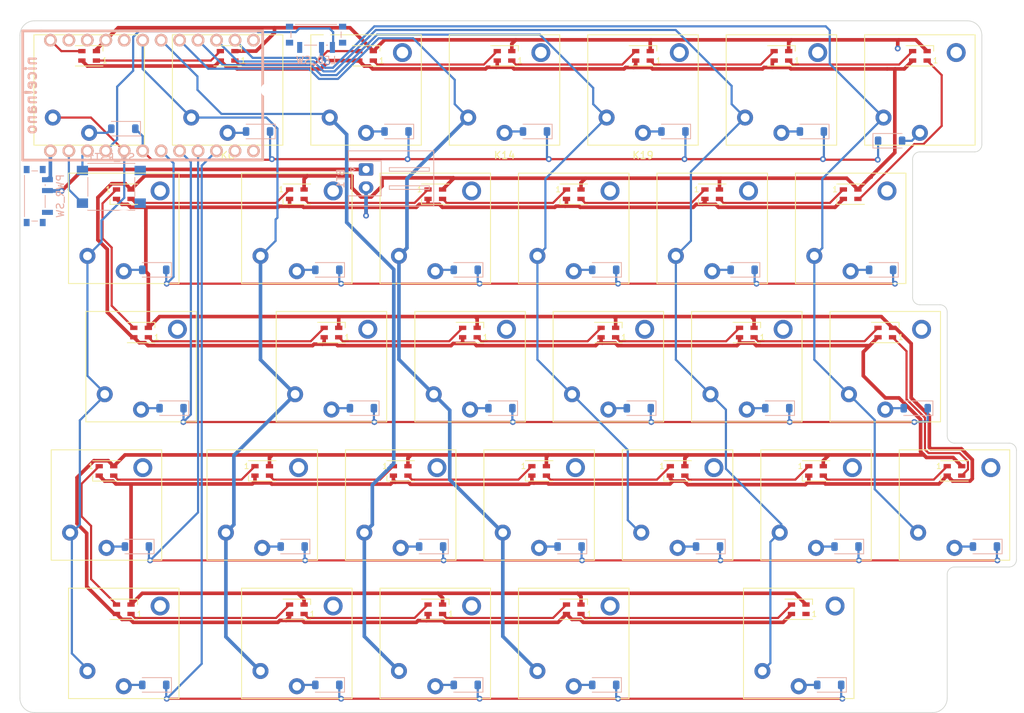
<source format=kicad_pcb>
(kicad_pcb (version 20221018) (generator pcbnew)
  (layers (0 "F.Cu" signal) (31 "B.Cu" signal) (34 "B.Paste" user) (35 "F.Paste" user) (36 "B.SilkS" user "B.Silkscreen") (37 "F.SilkS" user "F.Silkscreen") (38 "B.Mask" user) (39 "F.Mask" user) (44 "Edge.Cuts" user))
  (net 0 "")
  (net 1 "Row0")
  (net 2 "VCC")
  (net 3 "+5V")
  (net 4 "Net-(D1-A)")
  (net 5 "Row1")
  (net 6 "Net-(D2-A)")
  (net 7 "Row2")
  (net 8 "Net-(D3-A)")
  (net 9 "Row3")
  (net 10 "Net-(D4-A)")
  (net 11 "Row4")
  (net 12 "Net-(D5-A)")
  (net 13 "Net-(D6-A)")
  (net 14 "Net-(D7-A)")
  (net 15 "Net-(D8-A)")
  (net 16 "Net-(D9-A)")
  (net 17 "Net-(D10-A)")
  (net 18 "Net-(D11-A)")
  (net 19 "Net-(D12-A)")
  (net 20 "Net-(D13-A)")
  (net 21 "Net-(D14-A)")
  (net 22 "Net-(D15-A)")
  (net 23 "Net-(D16-A)")
  (net 24 "Net-(D17-A)")
  (net 25 "Net-(D18-A)")
  (net 26 "Net-(D19-A)")
  (net 27 "Net-(D20-A)")
  (net 28 "Net-(D21-A)")
  (net 29 "Net-(D22-A)")
  (net 30 "Net-(D23-A)")
  (net 31 "Net-(D24-A)")
  (net 32 "Net-(D25-A)")
  (net 33 "Net-(D26-A)")
  (net 34 "Net-(D27-A)")
  (net 35 "Net-(D28-A)")
  (net 36 "Net-(D29-A)")
  (net 37 "Net-(D30-A)")
  (net 38 "Net-(D31-A)")
  (net 39 "Net-(D32-DOUT)")
  (net 40 "TXD")
  (net 41 "Net-(D33-DOUT)")
  (net 42 "Net-(D58-DOUT)")
  (net 43 "Net-(D34-DOUT)")
  (net 44 "Net-(D59-DOUT)")
  (net 45 "Net-(D35-DOUT)")
  (net 46 "Net-(D60-DOUT)")
  (net 47 "Net-(D36-DOUT)")
  (net 48 "Net-(D61-DOUT)")
  (net 49 "Net-(D37-DOUT)")
  (net 50 "Net-(D38-DOUT)")
  (net 51 "Net-(D39-DOUT)")
  (net 52 "Net-(D39-DIN)")
  (net 53 "Net-(D40-DIN)")
  (net 54 "Net-(D41-DIN)")
  (net 55 "Net-(D42-DIN)")
  (net 56 "Net-(D43-DIN)")
  (net 57 "Net-(D45-DOUT)")
  (net 58 "Net-(D46-DOUT)")
  (net 59 "Net-(D47-DOUT)")
  (net 60 "Net-(D48-DOUT)")
  (net 61 "Net-(D49-DOUT)")
  (net 62 "Net-(D50-DOUT)")
  (net 63 "Net-(D51-DOUT)")
  (net 64 "Net-(D51-DIN)")
  (net 65 "Net-(D52-DIN)")
  (net 66 "Net-(D53-DIN)")
  (net 67 "Net-(D54-DIN)")
  (net 68 "Net-(D55-DIN)")
  (net 69 "Net-(D56-DIN)")
  (net 71 "Col0")
  (net 72 "Col1")
  (net 73 "Col2")
  (net 74 "Col3")
  (net 75 "Col4")
  (net 76 "Col5")
  (net 77 "Col6")
  (net 79 "Net-(SW_PW1-C)")
  (net 81 "Net-(SW_PW2-C)")
  (net 82 "Net-(U1-RST)")
  (net 88 "Net-(BT1-+)")
  (footprint "LED_SMD:LED_SK6805_PLCC4_2.4x2.7mm_P1.3mm" (layer "F.Cu") (at 38.1 33.4 180)
    (fp_text reference "D32" hide)
    (fp_text value "SK6812MINI")
  )
  (footprint "LED_SMD:LED_SK6805_PLCC4_2.4x2.7mm_P1.3mm" (layer "F.Cu") (at 57.15 33.4 180)
    (fp_text reference "D33" hide)
    (fp_text value "SK6812MINI")
  )
  (footprint "LED_SMD:LED_SK6805_PLCC4_2.4x2.7mm_P1.3mm" (layer "F.Cu") (at 95.25 33.4 180)
    (fp_text reference "D35" hide)
    (fp_text value "SK6812MINI")
  )
  (footprint "LED_SMD:LED_SK6805_PLCC4_2.4x2.7mm_P1.3mm" (layer "F.Cu") (at 114.3 33.4 180)
    (fp_text reference "D36" hide)
    (fp_text value "SK6812MINI")
  )
  (footprint "LED_SMD:LED_SK6805_PLCC4_2.4x2.7mm_P1.3mm" (layer "F.Cu") (at 133.35 33.4 180)
    (fp_text reference "D37" hide)
    (fp_text value "SK6812MINI")
  )
  (footprint "LED_SMD:LED_SK6805_PLCC4_2.4x2.7mm_P1.3mm" (layer "F.Cu") (at 152.4 33.4 180)
    (fp_text reference "D38" hide)
    (fp_text value "SK6812MINI")
  )
  (footprint "LED_SMD:LED_SK6805_PLCC4_2.4x2.7mm_P1.3mm" (layer "F.Cu") (at 42.8625 52.45)
    (fp_text reference "D39" hide)
    (fp_text value "SK6812MINI")
  )
  (footprint "LED_SMD:LED_SK6805_PLCC4_2.4x2.7mm_P1.3mm" (layer "F.Cu") (at 66.675 52.45)
    (fp_text reference "D40" hide)
    (fp_text value "SK6812MINI")
  )
  (footprint "LED_SMD:LED_SK6805_PLCC4_2.4x2.7mm_P1.3mm" (layer "F.Cu") (at 85.725 52.45)
    (fp_text reference "D41" hide)
    (fp_text value "SK6812MINI")
  )
  (footprint "LED_SMD:LED_SK6805_PLCC4_2.4x2.7mm_P1.3mm" (layer "F.Cu") (at 104.775 52.45)
    (fp_text reference "D42" hide)
    (fp_text value "SK6812MINI")
  )
  (footprint "LED_SMD:LED_SK6805_PLCC4_2.4x2.7mm_P1.3mm" (layer "F.Cu") (at 123.825 52.45)
    (fp_text reference "D43" hide)
    (fp_text value "SK6812MINI")
  )
  (footprint "LED_SMD:LED_SK6805_PLCC4_2.4x2.7mm_P1.3mm" (layer "F.Cu") (at 142.875 52.45)
    (fp_text reference "D44" hide)
    (fp_text value "SK6812MINI")
  )
  (footprint "LED_SMD:LED_SK6805_PLCC4_2.4x2.7mm_P1.3mm" (layer "F.Cu") (at 45.24375 71.5 180)
    (fp_text reference "D45" hide)
    (fp_text value "SK6812MINI")
  )
  (footprint "LED_SMD:LED_SK6805_PLCC4_2.4x2.7mm_P1.3mm" (layer "F.Cu") (at 71.4375 71.5 180)
    (fp_text reference "D46" hide)
    (fp_text value "SK6812MINI")
  )
  (footprint "LED_SMD:LED_SK6805_PLCC4_2.4x2.7mm_P1.3mm" (layer "F.Cu") (at 90.4875 71.5 180)
    (fp_text reference "D47" hide)
    (fp_text value "SK6812MINI")
  )
  (footprint "LED_SMD:LED_SK6805_PLCC4_2.4x2.7mm_P1.3mm" (layer "F.Cu") (at 109.5375 71.5 180)
    (fp_text reference "D48" hide)
    (fp_text value "SK6812MINI")
  )
  (footprint "LED_SMD:LED_SK6805_PLCC4_2.4x2.7mm_P1.3mm" (layer "F.Cu") (at 128.5875 71.5 180)
    (fp_text reference "D49" hide)
    (fp_text value "SK6812MINI")
  )
  (footprint "LED_SMD:LED_SK6805_PLCC4_2.4x2.7mm_P1.3mm" (layer "F.Cu") (at 147.6375 71.5 180)
    (fp_text reference "D50" hide)
    (fp_text value "SK6812MINI")
  )
  (footprint "LED_SMD:LED_SK6805_PLCC4_2.4x2.7mm_P1.3mm" (layer "F.Cu") (at 40.48125 90.55)
    (fp_text reference "D51" hide)
    (fp_text value "SK6812MINI")
  )
  (footprint "LED_SMD:LED_SK6805_PLCC4_2.4x2.7mm_P1.3mm" (layer "F.Cu") (at 61.9125 90.55)
    (fp_text reference "D52" hide)
    (fp_text value "SK6812MINI")
  )
  (footprint "LED_SMD:LED_SK6805_PLCC4_2.4x2.7mm_P1.3mm" (layer "F.Cu") (at 80.9625 90.55)
    (fp_text reference "D53" hide)
    (fp_text value "SK6812MINI")
  )
  (footprint "LED_SMD:LED_SK6805_PLCC4_2.4x2.7mm_P1.3mm" (layer "F.Cu") (at 100.0125 90.55)
    (fp_text reference "D54" hide)
    (fp_text value "SK6812MINI")
  )
  (footprint "LED_SMD:LED_SK6805_PLCC4_2.4x2.7mm_P1.3mm" (layer "F.Cu") (at 119.0625 90.55)
    (fp_text reference "D55" hide)
    (fp_text value "SK6812MINI")
  )
  (footprint "LED_SMD:LED_SK6805_PLCC4_2.4x2.7mm_P1.3mm" (layer "F.Cu") (at 138.1125 90.55)
    (fp_text reference "D56" hide)
    (fp_text value "SK6812MINI")
  )
  (footprint "LED_SMD:LED_SK6805_PLCC4_2.4x2.7mm_P1.3mm" (layer "F.Cu") (at 157.1625 90.55)
    (fp_text reference "D57" hide)
    (fp_text value "SK6812MINI")
  )
  (footprint "LED_SMD:LED_SK6805_PLCC4_2.4x2.7mm_P1.3mm" (layer "F.Cu") (at 42.8625 109.6 180)
    (fp_text reference "D58" hide)
    (fp_text value "SK6812MINI")
  )
  (footprint "LED_SMD:LED_SK6805_PLCC4_2.4x2.7mm_P1.3mm" (layer "F.Cu") (at 66.675 109.6 180)
    (fp_text reference "D59" hide)
    (fp_text value "SK6812MINI")
  )
  (footprint "LED_SMD:LED_SK6805_PLCC4_2.4x2.7mm_P1.3mm" (layer "F.Cu") (at 85.725 109.6 180)
    (fp_text reference "D60" hide)
    (fp_text value "SK6812MINI")
  )
  (footprint "LED_SMD:LED_SK6805_PLCC4_2.4x2.7mm_P1.3mm" (layer "F.Cu") (at 104.775 109.6 180)
    (fp_text reference "D61" hide)
    (fp_text value "SK6812MINI")
  )
  (footprint "LED_SMD:LED_SK6805_PLCC4_2.4x2.7mm_P1.3mm" (layer "F.Cu") (at 135.73125 109.6 180)
    (fp_text reference "D62" hide)
    (fp_text value "SK6812MINI")
  )
  (footprint "PCM_Switch_Keyboard_Kailh:SW_Kailh_Choc_V1V2_1.75u" (layer "F.Cu") (at 45.24375 76.2 180)
    (fp_text reference "K3" hide)
    (fp_text value "KEYSW")
  )
  (footprint "PCM_Switch_Keyboard_Kailh:SW_Kailh_Choc_V1V2_1.00u" (layer "F.Cu") (at 66.675 57.15 180)
    (fp_text reference "K7" hide)
    (fp_text value "KEYSW")
  )
  (footprint "PCM_Switch_Keyboard_Kailh:SW_Kailh_Choc_V1V2_1.00u" (layer "F.Cu") (at 104.775 114.3 180)
    (fp_text reference "K18" hide)
    (fp_text value "KEYSW")
  )
  (footprint "PCM_Switch_Keyboard_Kailh:SW_Kailh_Choc_V1V2_2.25u" (layer "F.Cu") (at 135.73125 114.3 180)
    (fp_text reference "K23" hide)
    (fp_text value "KEYSW")
  )
  (footprint "PCM_Switch_Keyboard_Kailh:SW_Kailh_Choc_V1V2_1.00u" (layer "F.Cu") (at 119.0625 95.25 180)
    (fp_text reference "K22" hide)
    (fp_text value "KEYSW")
  )
  (footprint "PCM_Switch_Keyboard_Kailh:SW_Kailh_Choc_V1V2_1.00u" (layer "F.Cu") (at 71.4375 76.2 180)
    (fp_text reference "K8" hide)
    (fp_text value "KEYSW")
  )
  (footprint "PCM_Switch_Keyboard_Kailh:SW_Kailh_Choc_V1V2_1.00u" (layer "F.Cu") (at 128.5875 76.2 180)
    (fp_text reference "K26" hide)
    (fp_text value "KEYSW")
  )
  (footprint "PCM_Switch_Keyboard_Kailh:SW_Kailh_Choc_V1V2_1.00u" (layer "F.Cu") (at 90.512 76.2 180)
    (fp_text reference "K16" hide)
    (fp_text value "KEYSW")
  )
  (footprint "PCM_Switch_Keyboard_Kailh:SW_Kailh_Choc_V1V2_1.00u" (layer "F.Cu") (at 138.1125 95.25 180)
    (fp_text reference "K27" hide)
    (fp_text value "KEYSW")
  )
  (footprint "PCM_Switch_Keyboard_Kailh:SW_Kailh_Choc_V1V2_1.00u" (layer "F.Cu") (at 147.6375 76.2 180)
    (fp_text reference "K30" hide)
    (fp_text value "KEYSW")
  )
  (footprint "PCM_Switch_Keyboard_Kailh:SW_Kailh_Choc_V1V2_1.00u" (layer "F.Cu") (at 38.1 38.1 180)
    (fp_text reference "K1" hide)
    (fp_text value "KEYSW")
  )
  (footprint "PCM_Switch_Keyboard_Kailh:SW_Kailh_Choc_V1V2_1.25u" (layer "F.Cu") (at 40.48125 95.25 180)
    (fp_text reference "K4" hide)
    (fp_text value "KEYSW")
  )
  (footprint "PCM_Switch_Keyboard_Kailh:SW_Kailh_Choc_V1V2_1.00u" (layer "F.Cu") (at 152.4 38.1 180)
    (fp_text reference "K28" hide)
    (fp_text value "KEYSW")
  )
  (footprint "PCM_Switch_Keyboard_Kailh:SW_Kailh_Choc_V1V2_1.00u" (layer "F.Cu") (at 104.775 57.15 180)
    (fp_text reference "K20" hide)
    (fp_text value "KEYSW")
  )
  (footprint "PCM_Switch_Keyboard_Kailh:SW_Kailh_Choc_V1V2_1.00u" (layer "F.Cu") (at 114.3 38.1 180)
    (fp_text reference "K19")
    (fp_text value "KEYSW")
  )
  (footprint "PCM_Switch_Keyboard_Kailh:SW_Kailh_Choc_V1V2_1.00u" (layer "F.Cu") (at 100.0125 95.25 180)
    (fp_text reference "K17" hide)
    (fp_text value "KEYSW")
  )
  (footprint "PCM_Switch_Keyboard_Kailh:SW_Kailh_Choc_V1V2_1.00u" (layer "F.Cu") (at 123.825 57.15 180)
    (fp_text reference "K25" hide)
    (fp_text value "KEYSW")
  )
  (footprint "PCM_Switch_Keyboard_Kailh:SW_Kailh_Choc_V1V2_1.00u" (layer "F.Cu") (at 76.2 38.1 180)
    (fp_text reference "K11" hide)
    (fp_text value "KEYSW")
  )
  (footprint "PCM_Switch_Keyboard_Kailh:SW_Kailh_Choc_V1V2_1.00u" (layer "F.Cu") (at 61.9125 95.25 180)
    (fp_text reference "K9" hide)
    (fp_text value "KEYSW")
  )
  (footprint "PCM_Switch_Keyboard_Kailh:SW_Kailh_Choc_V1V2_1.50u" (layer "F.Cu") (at 42.8625 57.15 180)
    (fp_text reference "K2" hide)
    (fp_text value "KEYSW")
  )
  (footprint "PCM_Switch_Keyboard_Kailh:SW_Kailh_Choc_V1V2_1.00u" (layer "F.Cu") (at 157.1625 95.25 180)
    (fp_text reference "K31" hide)
    (fp_text value "KEYSW")
  )
  (footprint "PCM_Switch_Keyboard_Kailh:SW_Kailh_Choc_V1V2_1.00u" (layer "F.Cu") (at 85.725 114.3 180)
    (fp_text reference "K13" hide)
    (fp_text value "KEYSW")
  )
  (footprint "PCM_Switch_Keyboard_Kailh:SW_Kailh_Choc_V1V2_1.00u" (layer "F.Cu") (at 80.9625 95.25 180)
    (fp_text reference "K12" hide)
    (fp_text value "KEYSW")
  )
  (footprint "PCM_Switch_Keyboard_Kailh:SW_Kailh_Choc_V1V2_1.00u" (layer "F.Cu") (at 133.35 38.1 180)
    (fp_text reference "K24" hide)
    (fp_text value "KEYSW")
  )
  (footprint "PCM_Switch_Keyboard_Kailh:SW_Kailh_Choc_V1V2_1.00u" (layer "F.Cu") (at 95.25 38.1 180)
    (fp_text reference "K14")
    (fp_text value "KEYSW")
  )
  (footprint "LED_SMD:LED_SK6805_PLCC4_2.4x2.7mm_P1.3mm" (layer "F.Cu") (at 76.2 33.4 180)
    (fp_text reference "D34" hide)
    (fp_text value "SK6812MINI")
  )
  (footprint "PCM_Switch_Keyboard_Kailh:SW_Kailh_Choc_V1V2_1.00u" (layer "F.Cu") (at 66.675 114.3 180)
    (fp_text reference "K10" hide)
    (fp_text value "KEYSW")
  )
  (footprint "PCM_Switch_Keyboard_Kailh:SW_Kailh_Choc_V1V2_1.00u" (layer "F.Cu") (at 85.725 57.15 180)
    (fp_text reference "K15" hide)
    (fp_text value "KEYSW")
  )
  (footprint "PCM_Switch_Keyboard_Kailh:SW_Kailh_Choc_V1V2_1.00u" (layer "F.Cu") (at 109.5375 76.2 180)
    (fp_text reference "K21" hide)
    (fp_text value "KEYSW")
  )
  (footprint "PCM_Switch_Keyboard_Kailh:SW_Kailh_Choc_V1V2_1.50u" (layer "F.Cu") (at 42.8625 114.3 180)
    (fp_text reference "K5" hide)
    (fp_text value "KEYSW")
  )
  (footprint "PCM_Switch_Keyboard_Kailh:SW_Kailh_Choc_V1V2_1.00u" (layer "F.Cu") (at 142.875 57.15 180)
    (fp_text reference "K29" hide)
    (fp_text value "KEYSW")
  )
  (footprint "PCM_Switch_Keyboard_Kailh:SW_Kailh_Choc_V1V2_1.00u" (layer "F.Cu") (at 57.15 38.1 180)
    (fp_text reference "K6")
    (fp_text value "KEYSW")
  )
  (footprint "Button_Switch_SMD:SW_SPDT_PCM12" (layer "B.Cu") (at 30.93 52.7 90)
    (fp_text reference "PWR_SW")
    (fp_text value "SW_SPDT")
  )
  (footprint "Diode_SMD:D_SOD-123" (layer "B.Cu") (at 139.92225 120.015 180)
    (fp_text reference "D27" hide)
    (fp_text value "D")
  )
  (footprint "Diode_SMD:D_SOD-123" (layer "B.Cu") (at 47.0535 120.015 180)
    (fp_text reference "D5" hide)
    (fp_text value "D")
  )
  (footprint "Diode_SMD:D_SOD-123" (layer "B.Cu") (at 147.066 62.865 180)
    (fp_text reference "D29" hide)
    (fp_text value "D")
  )
  (footprint "Diode_SMD:D_SOD-123" (layer "B.Cu") (at 104.2035 100.965 180)
    (fp_text reference "D17" hide)
    (fp_text value "D")
  )
  (footprint "Diode_SMD:D_SOD-123" (layer "B.Cu") (at 142.3035 100.965 180)
    (fp_text reference "D26" hide)
    (fp_text value "D")
  )
  (footprint "Diode_SMD:D_SOD-123" (layer "B.Cu") (at 123.2535 100.965 180)
    (fp_text reference "D22" hide)
    (fp_text value "D")
  )
  (footprint "Diode_SMD:D_SOD-123" (layer "B.Cu") (at 108.966 120.015 180)
    (fp_text reference "D18" hide)
    (fp_text value "D")
  )
  (footprint "Diode_SMD:D_SOD-123" (layer "B.Cu") (at 44.67225 100.965 180)
    (fp_text reference "D4" hide)
    (fp_text value "D")
  )
  (footprint "Diode_SMD:D_SOD-123" (layer "B.Cu") (at 94.6785 81.915 180)
    (fp_text reference "D16" hide)
    (fp_text value "D")
  )
  (footprint "Button_Switch_SMD:SW_Push_1P1T_NO_6x6mm_H9.5mm" (layer "B.Cu") (at 41.148 51.435 180)
    (fp_text reference "SW_RST1")
    (fp_text value "SW_Push")
  )
  (footprint "Diode_SMD:D_SOD-123" (layer "B.Cu") (at 89.916 120.015 180)
    (fp_text reference "D13" hide)
    (fp_text value "D")
  )
  (footprint "Diode_SMD:D_SOD-123" (layer "B.Cu") (at 108.966 62.865 180)
    (fp_text reference "D20" hide)
    (fp_text value "D")
  )
  (footprint "Connector_JST:JST_XH_S2B-XH-A_1x02_P2.50mm_Horizontal" (layer "B.Cu") (at 76.2 49.042 -90)
    (fp_text reference "BT1")
    (fp_text value "Battery_Cell")
  )
  (footprint "Diode_SMD:D_SOD-123" (layer "B.Cu") (at 151.8285 81.915 180)
    (fp_text reference "D30" hide)
    (fp_text value "D")
  )
  (footprint "nice-nano-kicad:nice_nano_mod" (layer "B.Cu") (at 46.736 38.862)
    (fp_text reference "U1" hide)
    (fp_text value "nice_nano" hide)
  )
  (footprint "Diode_SMD:D_SOD-123" (layer "B.Cu") (at 70.866 120.015 180)
    (fp_text reference "D10" hide)
    (fp_text value "D")
  )
  (footprint "Diode_SMD:D_SOD-123" (layer "B.Cu") (at 49.43475 81.915 180)
    (fp_text reference "D3" hide)
    (fp_text value "D")
  )
  (footprint "Diode_SMD:D_SOD-123" (layer "B.Cu") (at 113.7285 81.915 180)
    (fp_text reference "D21" hide)
    (fp_text value "D")
  )
  (footprint "Diode_SMD:D_SOD-123" (layer "B.Cu") (at 61.341 43.815 180)
    (fp_text reference "D6" hide)
    (fp_text value "D")
  )
  (footprint "Diode_SMD:D_SOD-123" (layer "B.Cu") (at 66.1035 100.965 180)
    (fp_text reference "D9" hide)
    (fp_text value "D")
  )
  (footprint "Diode_SMD:D_SOD-123" (layer "B.Cu") (at 132.7785 81.915 180)
    (fp_text reference "D25" hide)
    (fp_text value "D")
  )
  (footprint "Diode_SMD:D_SOD-123" (layer "B.Cu") (at 75.6285 81.915 180)
    (fp_text reference "D8" hide)
    (fp_text value "D")
  )
  (footprint "Diode_SMD:D_SOD-123" (layer "B.Cu") (at 47.0535 62.865 180)
    (fp_text reference "D2" hide)
    (fp_text value "D")
  )
  (footprint "Diode_SMD:D_SOD-123" (layer "B.Cu") (at 80.391 43.815 180)
    (fp_text reference "D11" hide)
    (fp_text value "D")
  )
  (footprint "Diode_SMD:D_SOD-123" (layer "B.Cu") (at 148.3 45.1)
    (fp_text reference "D28" hide)
    (fp_text value "D")
  )
  (footprint "Diode_SMD:D_SOD-123" (layer "B.Cu") (at 99.441 43.815 180)
    (fp_text reference "D14" hide)
    (fp_text value "D")
  )
  (footprint "Diode_SMD:D_SOD-123" (layer "B.Cu") (at 70.866 62.865 180)
    (fp_text reference "D7" hide)
    (fp_text value "D")
  )
  (footprint "Diode_SMD:D_SOD-123" (layer "B.Cu") (at 85.1535 100.965 180)
    (fp_text reference "D12" hide)
    (fp_text value "D")
  )
  (footprint "Button_Switch_SMD:SW_SPDT_PCM12" (layer "B.Cu") (at 69.318 30.81)
    (fp_text reference "LED_SW")
    (fp_text value "SW_SPDT")
  )
  (footprint "Diode_SMD:D_SOD-123" (layer "B.Cu") (at 89.916 62.865 180)
    (fp_text reference "D15" hide)
    (fp_text value "D")
  )
  (footprint "Diode_SMD:D_SOD-123" (layer "B.Cu") (at 137.541 43.815 180)
    (fp_text reference "D23" hide)
    (fp_text value "D")
  )
  (footprint "Diode_SMD:D_SOD-123" (layer "B.Cu") (at 42.798 43.434 180)
    (fp_text reference "D1" hide)
    (fp_text value "D")
  )
  (footprint "Diode_SMD:D_SOD-123" (layer "B.Cu") (at 161.3535 100.965 180)
    (fp_text reference "D31" hide)
    (fp_text value "D")
  )
  (footprint "Diode_SMD:D_SOD-123" (layer "B.Cu") (at 118.491 43.815 180)
    (fp_text reference "D19" hide)
    (fp_text value "D")
  )
  (footprint "Diode_SMD:D_SOD-123" (layer "B.Cu") (at 128.016 62.865 180)
    (fp_text reference "D24" hide)
    (fp_text value "D")
  )
  (gr_line (start 152.4 67.675) (end 155.1625 67.675) (stroke (width 0.1)) (layer "Edge.Cuts"))
  (gr_arc (start 152.4 67.675) (mid 151.692894 67.382106) (end 151.4 66.675) (stroke (width 0.1)) (layer "Edge.Cuts"))
  (gr_line (start 28.575 30.575) (end 28.575 121.825) (stroke (width 0.1)) (layer "Edge.Cuts"))
  (gr_arc (start 151.4 47.625) (mid 151.692893 46.917894) (end 152.4 46.625) (stroke (width 0.1)) (layer "Edge.Cuts"))
  (gr_line (start 156.1625 68.675) (end 156.1625 85.725) (stroke (width 0.1)) (layer "Edge.Cuts"))
  (gr_arc (start 28.575 30.575) (mid 29.160786 29.160786) (end 30.575 28.575) (stroke (width 0.1)) (layer "Edge.Cuts"))
  (gr_line (start 151.4 66.675) (end 151.4 47.625) (stroke (width 0.1)) (layer "Edge.Cuts"))
  (gr_line (start 157.1625 103.775) (end 164.6875 103.775) (stroke (width 0.1)) (layer "Edge.Cuts"))
  (gr_arc (start 156.1625 121.825) (mid 155.576714 123.239214) (end 154.1625 123.825) (stroke (width 0.1)) (layer "Edge.Cuts"))
  (gr_line (start 157.1625 86.725) (end 164.6875 86.725) (stroke (width 0.1)) (layer "Edge.Cuts"))
  (gr_arc (start 160.925 45.625) (mid 160.632107 46.332106) (end 159.925 46.625) (stroke (width 0.1)) (layer "Edge.Cuts"))
  (gr_line (start 158.925 28.575) (end 30.575 28.575) (stroke (width 0.1)) (layer "Edge.Cuts"))
  (gr_line (start 159.925 46.625) (end 152.4 46.625) (stroke (width 0.1)) (layer "Edge.Cuts"))
  (gr_line (start 165.6875 87.725) (end 165.6875 102.775) (stroke (width 0.1)) (layer "Edge.Cuts"))
  (gr_arc (start 164.6875 86.725) (mid 165.394607 87.017893) (end 165.6875 87.725) (stroke (width 0.1)) (layer "Edge.Cuts"))
  (gr_arc (start 165.6875 102.775) (mid 165.394607 103.482106) (end 164.6875 103.775) (stroke (width 0.1)) (layer "Edge.Cuts"))
  (gr_line (start 156.1625 121.825) (end 156.1625 104.775) (stroke (width 0.1)) (layer "Edge.Cuts"))
  (gr_arc (start 156.1625 104.775) (mid 156.455394 104.067894) (end 157.1625 103.775) (stroke (width 0.1)) (layer "Edge.Cuts"))
  (gr_arc (start 30.575 123.825) (mid 29.160786 123.239214) (end 28.575 121.825) (stroke (width 0.1)) (layer "Edge.Cuts"))
  (gr_arc (start 155.1625 67.675) (mid 155.869606 67.967893) (end 156.1625 68.675) (stroke (width 0.1)) (layer "Edge.Cuts"))
  (gr_arc (start 157.1625 86.725) (mid 156.455393 86.432108) (end 156.1625 85.725) (stroke (width 0.1)) (layer "Edge.Cuts"))
  (gr_arc (start 158.925 28.575) (mid 160.339214 29.160786) (end 160.925 30.575) (stroke (width 0.1)) (layer "Edge.Cuts"))
  (gr_line (start 30.575 123.825) (end 154.1625 123.825) (stroke (width 0.1)) (layer "Edge.Cuts"))
  (gr_line (start 160.925 45.625) (end 160.925 30.575) (stroke (width 0.1)) (layer "Edge.Cuts"))
  (segment (start 139.14 47.7) (end 139.065 47.625) (width 0.3) (layer "F.Cu") (net 1))
  (segment (start 120.015 47.625) (end 139.065 47.625) (width 0.3) (layer "F.Cu") (net 1))
  (segment (start 81.915 47.625) (end 101.346 47.625) (width 0.3) (layer "F.Cu") (net 1))
  (segment (start 63.1627 47.7083) (end 46.6923 47.7083) (width 0.3) (layer "F.Cu") (net 1))
  (segment (start 146.6 47.7) (end 139.14 47.7) (width 0.3) (layer "F.Cu") (net 1))
  (segment (start 46.6923 47.7083) (end 45.466 46.482) (width 0.3) (layer "F.Cu") (net 1))
  (segment (start 63.246 47.625) (end 63.1627 47.7083) (width 0.3) (layer "F.Cu") (net 1))
  (segment (start 101.346 47.625) (end 120.015 47.625) (width 0.3) (layer "F.Cu") (net 1))
  (segment (start 63.246 47.625) (end 81.915 47.625) (width 0.3) (layer "F.Cu") (net 1))
  (via (at 146.6 47.7) (size 0.8) (drill 0.4) (layers "F.Cu" "B.Cu") (net 1))
  (via (at 101.346 47.625) (size 0.8) (drill 0.4) (layers "F.Cu" "B.Cu") (net 1))
  (via (at 81.915 47.625) (size 0.8) (drill 0.4) (layers "F.Cu" "B.Cu") (net 1))
  (via (at 63.246 47.625) (size 0.8) (drill 0.4) (layers "F.Cu" "B.Cu") (net 1))
  (via (at 139.065 47.625) (size 0.8) (drill 0.4) (layers "F.Cu" "B.Cu") (net 1))
  (via (at 120.015 47.625) (size 0.8) (drill 0.4) (layers "F.Cu" "B.Cu") (net 1))
  (segment (start 139.191 47.499) (end 139.065 47.625) (width 0.3) (layer "B.Cu") (net 1))
  (segment (start 45.466 44.452) (end 45.466 46.482) (width 0.3) (layer "B.Cu") (net 1))
  (segment (start 82.041 43.815) (end 82.041 47.499) (width 0.3) (layer "B.Cu") (net 1))
  (segment (start 101.091 47.37) (end 101.346 47.625) (width 0.3) (layer "B.Cu") (net 1))
  (segment (start 139.191 43.815) (end 139.191 47.499) (width 0.3) (layer "B.Cu") (net 1))
  (segment (start 120.141 43.815) (end 120.141 47.499) (width 0.3) (layer "B.Cu") (net 1))
  (segment (start 44.448 43.434) (end 45.466 44.452) (width 0.3) (layer "B.Cu") (net 1))
  (segment (start 146.65 45.1) (end 146.65 47.65) (width 0.3) (layer "B.Cu") (net 1))
  (segment (start 62.991 47.37) (end 63.246 47.625) (width 0.3) (layer "B.Cu") (net 1))
  (segment (start 101.091 43.815) (end 101.091 47.37) (width 0.3) (layer "B.Cu") (net 1))
  (segment (start 82.041 47.499) (end 81.915 47.625) (width 0.3) (layer "B.Cu") (net 1))
  (segment (start 146.65 47.65) (end 146.6 47.7) (width 0.3) (layer "B.Cu") (net 1))
  (segment (start 120.141 47.499) (end 120.015 47.625) (width 0.3) (layer "B.Cu") (net 1))
  (segment (start 62.991 43.815) (end 62.991 47.37) (width 0.3) (layer "B.Cu") (net 1))
  (segment (start 94.25 34.824264) (end 94.1 34.974264) (width 0.5) (layer "F.Cu") (net 2))
  (segment (start 103.775 110.25) (end 102.625 111.4) (width 0.5) (layer "F.Cu") (net 2))
  (segment (start 39.3 58.748528) (end 39.3 52.9) (width 0.5) (layer "F.Cu") (net 2))
  (segment (start 65.2 111.136764) (end 64.336764 111.136764) (width 0.5) (layer "F.Cu") (net 2))
  (segment (start 96.325736 34.974264) (end 94.1 34.974264) (width 0.5) (layer "F.Cu") (net 2))
  (segment (start 105.775 51.8) (end 105.775 50.875) (width 0.5) (layer "F.Cu") (net 2))
  (segment (start 146.6375 72.15) (end 145.49375 73.29375) (width 0.5) (layer "F.Cu") (net 2))
  (segment (start 72.3 73.3) (end 72.1 73.1) (width 0.5) (layer "F.Cu") (net 2))
  (segment (start 37.762 99.138718) (end 37.762 106.462) (width 0.5) (layer "F.Cu") (net 2))
  (segment (start 43.0625 51) (end 43.8625 51.8) (width 0.5) (layer "F.Cu") (net 2))
  (segment (start 132.1 34.3) (end 132.1 35) (width 0.5) (layer "F.Cu") (net 2))
  (segment (start 37.85 34.8) (end 55.4 34.8) (width 0.5) (layer "F.Cu") (net 2))
  (segment (start 76.7 34.8) (end 75.95 34.8) (width 0.5) (layer "F.Cu") (net 2))
  (segment (start 149.520082 80.5) (end 152.5 83.479918) (width 0.5) (layer "F.Cu") (net 2))
  (segment (start 148.95 46.725) (end 148.95 35.25) (width 0.5) (layer "F.Cu") (net 2))
  (segment (start 127.5875 72.95) (end 129.538972 72.95) (width 0.5) (layer "F.Cu") (net 2))
  (segment (start 68.836028 73.3) (end 46.2 73.3) (width 0.5) (layer "F.Cu") (net 2))
  (segment (start 44.24375 72.15) (end 44.04375 72.15) (width 0.5) (layer "F.Cu") (net 2))
  (segment (start 143.875 51.8) (end 142.325 50.25) (width 0.5) (layer "F.Cu") (net 2))
  (segment (start 94.25 34.05) (end 94.25 34.824264) (width 0.5) (layer "F.Cu") (net 2))
  (segment (start 84.5 111.161764) (end 83.361764 111.161764) (width 0.5) (layer "F.Cu") (net 2))
  (segment (start 91.4 73.3) (end 91.1 73) (width 0.5) (layer "F.Cu") (net 2))
  (segment (start 120.5 88.35) (end 101.3 88.35) (width 0.5) (layer "F.Cu") (net 2))
  (segment (start 153.3 88.7) (end 156.9625 88.7) (width 0.5) (layer "F.Cu") (net 2))
  (segment (start 148.95 35.25) (end 149 35.2) (width 0.5) (layer "F.Cu") (net 2))
  (segment (start 41.55 110.25) (end 41.8625 110.25) (width 0.5) (layer "F.Cu") (net 2))
  (segment (start 152.85 88.35) (end 152.9 88.3) (width 0.5) (layer "F.Cu") (net 2))
  (segment (start 105.775 50.875) (end 106.4 50.25) (width 0.5) (layer "F.Cu") (net 2))
  (segment (start 88.2255 50.2005) (end 78.4 50.2005) (width 0.5) (layer "F.Cu") (net 2))
  (segment (start 111.898528 35) (end 111.698528 35.2) (width 0.5) (layer "F.Cu") (net 2))
  (segment (start 67.675 51.8) (end 67.675 50.356949) (width 0.5) (layer "F.Cu") (net 2))
  (segment (start 78.4 50.2005) (end 78.4 51.330478) (width 0.5) (layer "F.Cu") (net 2))
  (segment (start 145.7 50.1) (end 145.575 50.1) (width 0.5) (layer "F.Cu") (net 2))
  (segment (start 40.73125 89.15) (end 38.75 89.15) (width 0.5) (layer "F.Cu") (net 2))
  (segment (start 147.659504 80.5) (end 149.520082 80.5) (width 0.5) (layer "F.Cu") (net 2))
  (segment (start 89.3 73) (end 88.186028 73) (width 0.5) (layer "F.Cu") (net 2))
  (segment (start 38.75 89.15) (end 36.43125 91.46875) (width 0.5) (layer "F.Cu") (net 2))
  (segment (start 120.0625 88.7875) (end 120.5 88.35) (width 0.5) (layer "F.Cu") (net 2))
  (segment (start 82.4 88.35) (end 63.3 88.35) (width 0.5) (layer "F.Cu") (net 2))
  (segment (start 58.051472 34.8) (end 56.9 34.8) (width 0.5) (layer "F.Cu") (net 2))
  (segment (start 87.026472 111.4) (end 86.788236 111.161764) (width 0.5) (layer "F.Cu") (net 2))
  (segment (start 152.5 83.479918) (end 152.5 87.9) (width 0.5) (layer "F.Cu") (net 2))
  (segment (start 44.04375 72.15) (end 40.596875 68.703125) (width 0.5) (layer "F.Cu") (net 2))
  (segment (start 69.956 35.2) (end 58.451472 35.2) (width 0.5) (layer "F.Cu") (net 2))
  (segment (start 91.1 73) (end 89.3 73) (width 0.5) (layer "F.Cu") (net 2))
  (segment (start 152.5 87.9) (end 152.9 88.3) (width 0.5) (layer "F.Cu") (net 2))
  (segment (start 88.275 50.25) (end 86.725 51.8) (width 0.5) (layer "F.Cu") (net 2))
  (segment (start 145.3375 50.3375) (end 148.95 46.725) (width 0.5) (layer "F.Cu") (net 2))
  (segment (start 45.730551 49.931949) (end 68.1 49.931949) (width 0.5) (layer "F.Cu") (net 2))
  (segment (start 108.5375 72.7875) (end 108.7 72.95) (width 0.5) (layer "F.Cu") (net 2))
  (segment (start 76.888478 52.842) (end 75.511522 52.842) (width 0.5) (layer "F.Cu") (net 2))
  (segment (start 144.6125 77.452996) (end 147.659504 80.5) (width 0.5) (layer "F.Cu") (net 2))
  (segment (start 129.888972 73.3) (end 145.4875 73.3) (width 0.5) (layer "F.Cu") (net 2))
  (segment (start 64.336764 111.136764) (end 64.073528 111.4) (width 0.5) (layer "F.Cu") (net 2))
  (segment (start 55.4 34.8) (end 56.15 34.05) (width 0.5) (layer "F.Cu") (net 2))
  (segment (start 132.1 35) (end 130.948528 35) (width 0.5) (layer "F.Cu") (net 2))
  (segment (start 70.2 73.1) (end 69.036028 73.1) (width 0.5) (layer "F.Cu") (net 2))
  (segment (start 70.866 34.29) (end 69.956 35.2) (width 0.5) (layer "F.Cu") (net 2))
  (segment (start 139.9 88.35) (end 120.5 88.35) (width 0.5) (layer "F.Cu") (net 2))
  (segment (start 96.551472 35.2) (end 96.325736 34.974264) (width 0.5) (layer "F.Cu") (net 2))
  (segment (start 105.676472 111) (end 104.525 111) (width 0.5) (layer "F.Cu") (net 2))
  (segment (start 62.9125 88.7375) (end 63.3 88.35) (width 0.5) (layer "F.Cu") (net 2))
  (segment (start 37.762 106.462) (end 41.55 110.25) (width 0.5) (layer "F.Cu") (net 2))
  (segment (start 88.186028 73) (end 87.886028 73.3) (width 0.5) (layer "F.Cu") (net 2))
  (segment (start 134.73125 110.25) (end 133.58125 111.4) (width 0.5) (layer "F.Cu") (net 2))
  (segment (start 68.1 49.931949) (end 74.268051 49.931949) (width 0.5) (layer "F.Cu") (net 2))
  (segment (start 134.651472 35.2) (end 134.451472 35) (width 0.5) (layer "F.Cu") (net 2))
  (segment (start 41.48125 89.9) (end 40.73125 89.15) (width 0.5) (layer "F.Cu") (net 2))
  (segment (start 89.4875 72.8125) (end 89.3 73) (width 0.5) (layer "F.Cu") (net 2))
  (segment (start 42.6125 111) (end 41.8625 110.25) (width 0.5) (layer "F.Cu") (net 2))
  (segment (start 151.4 34.05) (end 150.25 35.2) (width 0.5) (layer "F.Cu") (net 2))
  (segment (start 39.3 52.9) (end 41.2 51) (width 0.5) (layer "F.Cu") (net 2))
  (segment (start 75.511522 52.842) (end 74.268051 51.598529) (width 0.5) (layer "F.Cu") (net 2))
  (segment (start 150.25 35.2) (end 149 35.2) (width 0.5) (layer "F.Cu") (net 2))
  (segment (start 46.2 73.3) (end 45.8 72.9) (width 0.5) (layer "F.Cu") (net 2))
  (segment (start 115.401472 35) (end 113 35) (width 0.5) (layer "F.Cu") (net 2))
  (segment (start 152.9 88.3) (end 153.3 88.7) (width 0.5) (layer "F.Cu") (net 2))
  (segment (start 67.7 111.4) (end 67.436764 111.136764) (width 0.5) (layer "F.Cu") (net 2))
  (segment (start 92.874264 34.974264) (end 92.648528 35.2) (width 0.5) (layer "F.Cu") (net 2))
  (segment (start 130.948528 35) (end 130.748528 35.2) (width 0.5) (layer "F.Cu") (net 2))
  (segment (start 133.58125 111.4) (end 106.076472 111.4) (width 0.5) (layer "F.Cu") (net 2))
  (segment (start 124.825 50.425) (end 125 50.25) (width 0.5) (layer "F.Cu") (net 2))
  (segment (start 41.2 51) (end 43.0625 51) (width 0.5) (layer "F.Cu") (net 2))
  (segment (start 134.451472 35) (end 132.1 35) (width 0.5) (layer "F.Cu") (net 2))
  (segment (start 129.538972 72.95) (end 129.888972 73.3) (width 0.5) (layer "F.Cu") (net 2))
  (segment (start 62.9125 89.9) (end 62.9125 88.7375) (width 0.5) (layer "F.Cu") (net 2))
  (segment (start 71.106 34.05) (end 70.866 34.29) (width 0.5) (layer "F.Cu") (net 2))
  (segment (start 43.03125 88.35) (end 41.48125 89.9) (width 0.5) (layer "F.Cu") (net 2))
  (segment (start 44.163972 111.4) (end 43.763972 111) (width 0.5) (layer "F.Cu") (net 2))
  (segment (start 108.7 72.95) (end 108.1375 72.95) (width 0.5) (layer "F.Cu") (net 2))
  (segment (start 64.073528 111.4) (end 44.163972 111.4) (width 0.5) (layer "F.Cu") (net 2))
  (segment (start 70.4375 72.8625) (end 70.2 73.1) (width 0.5) (layer "F.Cu") (net 2))
  (segment (start 145.575 50.1) (end 145.3375 50.3375) (width 0.5) (layer "F.Cu") (net 2))
  (segment (start 67.675 50.356949) (end 68.1 49.931949) (width 0.5) (layer "F.Cu") (net 2))
  (segment (start 37.1 34.05) (end 37.85 34.8) (width 0.5) (layer "F.Cu") (net 2))
  (segment (start 139.1125 89.1375) (end 139.9 88.35) (width 0.5) (layer "F.Cu") (net 2))
  (segment (start 145.49375 73.29375) (end 144.6125 74.175) (width 0.5) (layer "F.Cu") (net 2))
  (segment (start 113.3 34.05) (end 113.3 34.7) (width 0.5) (layer "F.Cu") (net 2))
  (segment (start 72.1 73.1) (end 70.2 73.1) (width 0.5) (layer "F.Cu") (net 2))
  (segment (start 104.525 111) (end 103.775 110.25) (width 0.5) (layer "F.Cu") (net 2))
  (segment (start 45.8 72.9) (end 44.99375 72.9) (width 0.5) (layer "F.Cu") (net 2))
  (segment (start 92.648528 35.2) (end 77.1 35.2) (width 0.5) (layer "F.Cu") (net 2))
  (segment (start 70.4375 72.15) (end 70.4375 72.8625) (width 0.5) (layer "F.Cu") (net 2))
  (segment (start 110.488972 72.95) (end 108.7 72.95) (width 0.5) (layer "F.Cu") (net 2))
  (segment (start 139.1125 89.9) (end 139.1125 89.1375) (width 0.5) (layer "F.Cu") (net 2))
  (segment (start 43.763972 111) (end 42.6125 111) (width 0.5) (layer "F.Cu") (net 2))
  (segment (start 132.35 34.05) (end 132.1 34.3) (width 0.5) (layer "F.Cu") (net 2))
  (segment (start 94.1 34.974264) (end 92.874264 34.974264) (width 0.5) (layer "F.Cu") (net 2))
  (segment (start 77.1 35.2) (end 76.7 34.8) (width 0.5) (layer "F.Cu") (net 2))
  (segment (start 127.5875 72.15) (end 127.5875 72.95) (width 0.5) (layer "F.Cu") (net 2))
  (segment (start 125 50.25) (end 106.4 50.25) (width 0.5) (layer "F.Cu") (net 2))
  (segment (start 147.9 35.2) (end 134.651472 35.2) (width 0.5) (layer "F.Cu") (net 2))
  (segment (start 87.886028 73.3) (end 72.3 73.3) (width 0.5) (layer "F.Cu") (net 2))
  (segment (start 149 35.2) (end 147.9 35.2) (width 0.5) (layer "F.Cu") (net 2))
  (segment (start 58.451472 35.2) (end 58.051472 34.8) (width 0.5) (layer "F.Cu") (net 2))
  (segment (start 106.4 50.25) (end 88.275 50.25) (width 0.5) (layer "F.Cu") (net 2))
  (segment (start 130.748528 35.2) (end 115.601472 35.2) (width 0.5) (layer "F.Cu") (net 2))
  (segment (start 63.3 88.35) (end 43.03125 88.35) (width 0.5) (layer "F.Cu") (net 2))
  (segment (start 107.7875 73.3) (end 91.4 73.3) (width 0.5) (layer "F.Cu") (net 2))
  (segment (start 108.5375 72.15) (end 108.5375 72.7875) (width 0.5) (layer "F.Cu") (net 2))
  (segment (start 127.2375 73.3) (end 110.838972 73.3) (width 0.5) (layer "F.Cu") (net 2))
  (segment (start 127.5875 72.95) (end 127.2375 73.3) (width 0.5) (layer "F.Cu") (net 2))
  (segment (start 145.4875 73.3) (end 145.49375 73.29375) (width 0.5) (layer "F.Cu") (net 2))
  (segment (start 110.838972 73.3) (end 110.488972 72.95) (width 0.5) (layer "F.Cu") (net 2))
  (segment (start 156.9625 88.7) (end 158.1625 89.9) (width 0.5) (layer "F.Cu") (net 2))
  (segment (start 144.6125 74.175) (end 144.6125 77.452996) (width 0.5) (layer "F.Cu") (net 2))
  (segment (start 67.436764 111.136764) (end 65.2 111.136764) (width 0.5) (layer "F.Cu") (net 2))
  (segment (start 88.275 50.25) (end 88.2255 50.2005) (width 0.5) (layer "F.Cu") (net 2))
  (segment (start 113 35) (end 111.898528 35) (width 0.5) (layer "F.Cu") (net 2))
  (segment (start 74.268051 51.598529) (end 74.268051 49.931949) (width 0.5) (layer "F.Cu") (net 2))
  (segment (start 69.036028 73.1) (end 68.836028 73.3) (width 0.5) (layer "F.Cu") (net 2))
  (segment (start 75.2 34.05) (end 71.106 34.05) (width 0.5) (layer "F.Cu") (net 2))
  (segment (start 44.99375 72.9) (end 44.24375 72.15) (width 0.5) (layer "F.Cu") (net 2))
  (segment (start 111.698528 35.2) (end 96.551472 35.2) (width 0.5) (layer "F.Cu") (net 2))
  (segment (start 40.596875 60.045403) (end 39.3 58.748528) (width 0.5) (layer "F.Cu") (net 2))
  (segment (start 81.9625 89.9) (end 81.9625 88.7875) (width 0.5) (layer "F.Cu") (net 2))
  (segment (start 84.725 110.25) (end 84.725 110.936764) (width 0.5) (layer "F.Cu") (net 2))
  (segment (start 101.0125 89.9) (end 101.0125 88.6375) (width 0.5) (layer "F.Cu") (net 2))
  (segment (start 101.3 88.35) (end 82.4 88.35) (width 0.5) (layer "F.Cu") (net 2))
  (segment (start 56.9 34.8) (end 56.15 34.05) (width 0.5) (layer "F.Cu") (net 2))
  (segment (start 139.9 88.35) (end 152.85 88.35) (width 0.5) (layer "F.Cu") (net 2))
  (segment (start 101.0125 88.6375) (end 101.3 88.35) (width 0.5) (layer "F.Cu") (net 2))
  (segment (start 89.4875 72.15) (end 89.4875 72.8125) (width 0.5) (layer "F.Cu") (net 2))
  (segment (start 142.325 50.25) (end 125 50.25) (width 0.5) (layer "F.Cu") (net 2))
  (segment (start 145.3375 50.3375) (end 143.875 51.8) (width 0.5) (layer "F.Cu") (net 2))
  (segment (start 75.95 34.8) (end 75.2 34.05) (width 0.5) (layer "F.Cu") (net 2))
  (segment (start 83.361764 111.161764) (end 83.123528 111.4) (width 0.5) (layer "F.Cu") (net 2))
  (segment (start 83.123528 111.4) (end 67.7 111.4) (width 0.5) (layer "F.Cu") (net 2))
  (segment (start 124.825 51.8) (end 124.825 50.425) (width 0.5) (layer "F.Cu") (net 2))
  (segment (start 102.625 111.4) (end 87.026472 111.4) (width 0.5) (layer "F.Cu") (net 2))
  (segment (start 36.43125 97.807968) (end 37.762 99.138718) (width 0.5) (layer "F.Cu") (net 2))
  (segment (start 86.788236 111.161764) (end 84.5 111.161764) (width 0.5) (layer "F.Cu") (net 2))
  (segment (start 115.601472 35.2) (end 115.401472 35) (width 0.5) (layer "F.Cu") (net 2))
  (segment (start 120.0625 89.9) (end 120.0625 88.7875) (width 0.5) (layer "F.Cu") (net 2))
  (segment (start 113.3 34.7) (end 113 35) (width 0.5) (layer "F.Cu") (net 2))
  (segment (start 106.076472 111.4) (end 105.676472 111) (width 0.5) (layer "F.Cu") (net 2))
  (segment (start 40.596875 68.703125) (end 40.596875 60.045403) (width 0.5) (layer "F.Cu") (net 2))
  (segment (start 65.675 110.25) (end 65.675 110.661764) (width 0.5) (layer "F.Cu") (net 2))
  (segment (start 84.725 110.936764) (end 84.5 111.161764) (width 0.5) (layer "F.Cu") (net 2))
  (segment (start 43.8625 51.8) (end 45.730551 49.931949) (width 0.5) (layer "F.Cu") (net 2))
  (segment (start 36.43125 91.46875) (end 36.43125 97.807968) (width 0.5) (layer "F.Cu") (net 2))
  (segment (start 65.675 110.661764) (end 65.2 111.136764) (width 0.5) (layer "F.Cu") (net 2))
  (segment (start 108.1375 72.95) (end 107.7875 73.3) (width 0.5) (layer "F.Cu") (net 2))
  (segment (start 81.9625 88.7875) (end 82.4 88.35) (width 0.5) (layer "F.Cu") (net 2))
  (segment (start 78.4 51.330478) (end 76.888478 52.842) (width 0.5) (layer "F.Cu") (net 2))
  (via (at 70.866 34.29) (size 0.8) (drill 0.4) (layers "F.Cu" "B.Cu") (net 2))
  (segment (start 70.068 33.492) (end 70.068 32.24) (width 0.5) (layer "B.Cu") (net 2))
  (segment (start 70.866 34.29) (end 70.068 33.492) (width 0.5) (layer "B.Cu") (net 2))
  (segment (start 122.825 53.525) (end 122.5 53.85) (width 0.5) (layer "F.Cu") (net 3))
  (segment (start 63.063972 92.2) (end 63.231224 92.367252) (width 0.5) (layer "F.Cu") (net 3))
  (segment (start 46.24375 63.447832) (end 46.24375 70.85) (width 0.5) (layer "F.Cu") (net 3))
  (segment (start 61.073672 32.75) (end 63.6 30.223672) (width 0.5) (layer "F.Cu") (net 3))
  (segment (start 141.875 53.1) (end 140.725 54.25) (width 0.5) (layer "F.Cu") (net 3))
  (segment (start 76.2 55.4) (end 76.2 54.25) (width 0.5) (layer "F.Cu") (net 3))
  (segment (start 124.3 53.85) (end 122.5 53.85) (width 0.5) (layer "F.Cu") (net 3))
  (segment (start 72.4375 69.3625) (end 72.5 69.3) (width 0.5) (layer "F.Cu") (net 3))
  (segment (start 41.382722 91.95) (end 41.782722 92.35) (width 0.5) (layer "F.Cu") (net 3))
  (segment (start 60.9125 91.2) (end 60.9125 92.1875) (width 0.5) (layer "F.Cu") (net 3))
  (segment (start 86.3 53.85) (end 84.6 53.85) (width 0.5) (layer "F.Cu") (net 3))
  (segment (start 115.4 31.2) (end 96.8 31.2) (width 0.5) (layer "F.Cu") (net 3))
  (segment (start 39.1 32.75) (end 39.1 32.496) (width 0.5) (layer "F.Cu") (net 3))
  (segment (start 105.65 54.25) (end 105.5 54.1) (width 0.5) (layer "F.Cu") (net 3))
  (segment (start 129.5875 69.6875) (end 129.2 69.3) (width 0.5) (layer "F.Cu") (net 3))
  (segment (start 121.223528 54.25) (end 105.65 54.25) (width 0.5) (layer "F.Cu") (net 3))
  (segment (start 105.5 54.1) (end 103.6 54.1) (width 0.5) (layer "F.Cu") (net 3))
  (segment (start 115.3 31.3) (end 115.4 31.2) (width 0.5) (layer "F.Cu") (net 3))
  (segment (start 84.6 53.85) (end 83.523528 53.85) (width 0.5) (layer "F.Cu") (net 3))
  (segment (start 124.7 54.25) (end 124.3 53.85) (width 0.5) (layer "F.Cu") (net 3))
  (segment (start 153.7 82.982862) (end 151.208569 80.491431) (width 0.5) (layer "F.Cu") (net 3))
  (segment (start 134.35 32.75) (end 134.35 31.55) (width 0.5) (layer "F.Cu") (net 3))
  (segment (start 60.9 92.2) (end 63.063972 92.2) (width 0.5) (layer "F.Cu") (net 3))
  (segment (start 67.675 108.95) (end 67.675 108.275) (width 0.5) (layer "F.Cu") (net 3))
  (segment (start 137.1 92.2) (end 139.263972 92.2) (width 0.5) (layer "F.Cu") (net 3))
  (segment (start 118.4125 91.95) (end 119.963972 91.95) (width 0.5) (layer "F.Cu") (net 3))
  (segment (start 91.4875 70.85) (end 91.4875 69.5875) (width 0.5) (layer "F.Cu") (net 3))
  (segment (start 99.0125 91.2) (end 99.0125 91.930514) (width 0.5) (layer "F.Cu") (net 3))
  (segment (start 66.8 107.4) (end 86.1 107.4) (width 0.5) (layer "F.Cu") (net 3))
  (segment (start 149.352 32.385) (end 149.352 31.348) (width 0.5) (layer "F.Cu") (net 3))
  (segment (start 105.775 108.95) (end 105.775 107.875) (width 0.5) (layer "F.Cu") (net 3))
  (segment (start 129.2 69.3) (end 147.0875 69.3) (width 0.5) (layer "F.Cu") (net 3))
  (segment (start 64.211764 54.111764) (end 64.073528 54.25) (width 0.5) (layer "F.Cu") (net 3))
  (segment (start 153.7 87.3) (end 153.7 82.982862) (width 0.5) (layer "F.Cu") (net 3))
  (segment (start 149.5 31.2) (end 134.7 31.2) (width 0.5) (layer "F.Cu") (net 3))
  (segment (start 43.4 53.85) (end 42.6125 53.85) (width 0.5) (layer "F.Cu") (net 3))
  (segment (start 134.7 31.2) (end 115.4 31.2) (width 0.5) (layer "F.Cu") (net 3))
  (segment (start 135.18125 107.4) (end 136.73125 108.95) (width 0.5) (layer "F.Cu") (net 3))
  (segment (start 110.3 69.3) (end 129.2 69.3) (width 0.5) (layer "F.Cu") (net 3))
  (segment (start 46.24375 70.85) (end 47.79375 69.3) (width 0.5) (layer "F.Cu") (net 3))
  (segment (start 60.534504 92.35) (end 60.684504 92.2) (width 0.5) (layer "F.Cu") (net 3))
  (segment (start 67.675 108.275) (end 66.8 107.4) (width 0.5) (layer "F.Cu") (net 3))
  (segment (start 156.9125 91.95) (end 159.287374 91.95) (width 0.5) (layer "F.Cu") (net 3))
  (segment (start 63.231224 92.367252) (end 79.567252 92.367252) (width 0.5) (layer "F.Cu") (net 3))
  (segment (start 103.775 53.1) (end 103.775 53.925) (width 0.5) (layer "F.Cu") (net 3))
  (segment (start 79.9625 91.2) (end 79.9625 91.8625) (width 0.5) (layer "F.Cu") (net 3))
  (segment (start 149.352 31.348) (end 149.5 31.2) (width 0.5) (layer "F.Cu") (net 3))
  (segment (start 137.1125 92.1875) (end 137.1 92.2) (width 0.5) (layer "F.Cu") (net 3))
  (segment (start 105.775 107.875) (end 105.3 107.4) (width 0.5) (layer "F.Cu") (net 3))
  (segment (start 41.782722 92.35) (end 43.9 92.35) (width 0.5) (layer "F.Cu") (net 3))
  (segment (start 98.584504 92.4) (end 98.76649 92.218014) (width 0.5) (layer "F.Cu") (net 3))
  (segment (start 96.25 31.75) (end 96.8 31.2) (width 0.5) (layer "F.Cu") (net 3))
  (segment (start 129.5875 70.85) (end 129.5875 69.6875) (width 0.5) (layer "F.Cu") (net 3))
  (segment (start 76.2 54.25) (end 67.6 54.25) (width 0.5) (layer "F.Cu") (net 3))
  (segment (start 153.4 32.75) (end 151.85 31.2) (width 0.5) (layer "F.Cu") (net 3))
  (segment (start 82.313972 92.4) (end 98.584504 92.4) (width 0.5) (layer "F.Cu") (net 3))
  (segment (start 65.6 54.111764) (end 64.211764 54.111764) (width 0.5) (layer "F.Cu") (net 3))
  (segment (start 65.675 53.1) (end 65.675 54.036764) (width 0.5) (layer "F.Cu") (net 3))
  (segment (start 110.5375 69.5375) (end 110.3 69.3) (width 0.5) (layer "F.Cu") (net 3))
  (segment (start 134.35 31.55) (end 134.7 31.2) (width 0.5) (layer "F.Cu") (net 3))
  (segment (start 84.725 53.1) (end 84.725 53.725) (width 0.5) (layer "F.Cu") (net 3))
  (segment (start 45.9 54.25) (end 45.9 63.104082) (width 0.5) (layer "F.Cu") (net 3))
  (segment (start 42.6125 53.85) (end 41.8625 53.1) (width 0.5) (layer "F.Cu") (net 3))
  (segment (start 86.725 108.025) (end 86.1 107.4) (width 0.5) (layer "F.Cu") (net 3))
  (segment (start 45.9 63.104082) (end 46.24375 63.447832) (width 0.5) (layer "F.Cu") (net 3))
  (segment (start 98.76649 92.218014) (end 99.3 92.218014) (width 0.5) (layer "F.Cu") (net 3))
  (segment (start 39.1 32.528) (end 40.386 31.242) (width 0.5) (layer "F.Cu") (net 3))
  (segment (start 91.2 69.3) (end 110.3 69.3) (width 0.5) (layer "F.Cu") (net 3))
  (segment (start 43.9 92.35) (end 43.8625 92.3875) (width 0.5) (layer "F.Cu") (net 3))
  (segment (start 118.0625 91.6) (end 118.4125 91.95) (width 0.5) (layer "F.Cu") (net 3))
  (segment (start 78.75 31.2) (end 77.2 32.75) (width 0.5) (layer "F.Cu") (net 3))
  (segment (start 83.123528 54.25) (end 76.2 54.25) (width 0.5) (layer "F.Cu") (net 3))
  (segment (start 136.884504 92.2) (end 137.1 92.2) (width 0.5) (layer "F.Cu") (net 3))
  (segment (start 110.5375 70.85) (end 110.5375 69.5375) (width 0.5) (layer "F.Cu") (net 3))
  (segment (start 43.8625 108.95) (end 45.4125 107.4) (width 0.5) (layer "F.Cu") (net 3))
  (segment (start 105.3 107.4) (end 135.18125 107.4) (width 0.5) (layer "F.Cu") (net 3))
  (segment (start 63.6 30.223672) (end 63.6 29.53) (width 0.5) (layer "F.Cu") (net 3))
  (segment (start 72.5 69.3) (end 91.2 69.3) (width 0.5) (layer "F.Cu") (net 3))
  (segment (start 137.1125 91.2) (end 137.1125 92.1875) (width 0.5) (layer "F.Cu") (net 3))
  (segment (start 159.6125 89.001472) (end 158.111028 87.5) (width 0.5) (layer "F.Cu") (net 3))
  (segment (start 47.79375 69.3) (end 72.5 69.3) (width 0.5) (layer "F.Cu") (net 3))
  (segment (start 103.6 54.1) (end 102.323528 54.1) (width 0.5) (layer "F.Cu") (net 3))
  (segment (start 67.461764 54.111764) (end 65.6 54.111764) (width 0.5) (layer "F.Cu") (net 3))
  (segment (start 101.313972 92.35) (end 118.0125 92.35) (width 0.5) (layer "F.Cu") (net 3))
  (segment (start 73.98 29.53) (end 77.2 32.75) (width 0.5) (layer "F.Cu") (net 3))
  (segment (start 65.675 54.036764) (end 65.6 54.111764) (width 0.5) (layer "F.Cu") (net 3))
  (segment (start 153.9 87.5) (end 153.7 87.3) (width 0.5) (layer "F.Cu") (net 3))
  (segment (start 151.208569 80.491431) (end 151.208569 73.021069) (width 0.5) (layer "F.Cu") (net 3))
  (segment (start 122.825 53.1) (end 122.825 53.525) (width 0.5) (layer "F.Cu") (net 3))
  (segment (start 102.323528 54.1) (end 102.173528 54.25) (width 0.5) (layer "F.Cu") (net 3))
  (segment (start 96.25 32.75) (end 96.25 31.75) (width 0.5) (layer "F.Cu") (net 3))
  (segment (start 63.6 29.53) (end 73.98 29.53) (width 0.5) (layer "F.Cu") (net 3))
  (segment (start 80.2 92.1) (end 82.013972 92.1) (width 0.5) (layer "F.Cu") (net 3))
  (segment (start 67.6 54.25) (end 67.461764 54.111764) (width 0.5) (layer "F.Cu") (net 3))
  (segment (start 83.523528 53.85) (end 83.123528 54.25) (width 0.5) (layer "F.Cu") (net 3))
  (segment (start 72.4375 70.85) (end 72.4375 69.3625) (width 0.5) (layer "F.Cu") (net 3))
  (segment (start 64.073528 54.25) (end 45.9 54.25) (width 0.5) (layer "F.Cu") (net 3))
  (segment (start 79.834504 92.1) (end 80.2 92.1) (width 0.5) (layer "F.Cu") (net 3))
  (segment (start 151.85 31.2) (end 149.5 31.2) (width 0.5) (layer "F.Cu") (net 3))
  (segment (start 58.15 32.75) (end 61.073672 32.75) (width 0.5) (layer "F.Cu") (net 3))
  (segment (start 39.1 32.75) (end 39.1 32.528) (width 0.5) (layer "F.Cu") (net 3))
  (segment (start 60.684504 92.2) (end 60.9 92.2) (width 0.5) (layer "F.Cu") (net 3))
  (segment (start 45.4125 107.4) (end 66.8 107.4) (width 0.5) (layer "F.Cu") (net 3))
  (segment (start 39.48125 91.2) (end 40.23125 91.95) (width 0.5) (layer "F.Cu") (net 3))
  (segment (start 147.0875 69.3) (end 148.6375 70.85) (width 0.5) (layer "F.Cu") (net 3))
  (segment (start 42.098 29.53) (end 63.6 29.53) (width 0.5) (layer "F.Cu") (net 3))
  (segment (start 86.1 107.4) (end 105.3 107.4) (width 0.5) (layer "F.Cu") (net 3))
  (segment (start 139.413972 92.35) (end 155.0125 92.35) (width 0.5) (layer "F.Cu") (net 3))
  (segment (start 99.0125 91.930514) (end 99.3 92.218014) (width 0.5) (layer "F.Cu") (net 3))
  (segment (start 91.4875 69.5875) (end 91.2 69.3) (width 0.5) (layer "F.Cu") (net 3))
  (segment (start 149.0375 70.85) (end 148.6375 70.85) (width 0.5) (layer "F.Cu") (net 3))
  (segment (start 156.1625 91.2) (end 156.9125 91.95) (width 0.5) (layer "F.Cu") (net 3))
  (segment (start 43.8625 92.3875) (end 43.8625 108.95) (width 0.5) (layer "F.Cu") (net 3))
  (segment (start 159.6125 91.624874) (end 159.6125 89.001472) (width 0.5) (layer "F.Cu") (net 3))
  (segment (start 121.623528 53.85) (end 121.223528 54.25) (width 0.5) (layer "F.Cu") (net 3))
  (segment (start 99.3 92.218014) (end 101.181986 92.218014) (width 0.5) (layer "F.Cu") (net 3))
  (segment (start 155.0125 92.35) (end 156.1625 91.2) (width 0.5) (layer "F.Cu") (net 3))
  (segment (start 40.386 31.242) (end 42.098 29.53) (width 0.5) (layer "F.Cu") (net 3))
  (segment (start 82.013972 92.1) (end 82.313972 92.4) (width 0.5) (layer "F.Cu") (net 3))
  (segment (start 119.963972 91.95) (end 120.456224 92.442252) (width 0.5) (layer "F.Cu") (net 3))
  (segment (start 45.9 54.25) (end 43.8 54.25) (width 0.5) (layer "F.Cu") (net 3))
  (segment (start 136.642252 92.442252) (end 136.884504 92.2) (width 0.5) (layer "F.Cu") (net 3))
  (segment (start 40.23125 91.95) (end 41.382722 91.95) (width 0.5) (layer "F.Cu") (net 3))
  (segment (start 43.8 54.25) (end 43.4 53.85) (width 0.5) (layer "F.Cu") (net 3))
  (segment (start 43.9 92.35) (end 60.534504 92.35) (width 0.5) (layer "F.Cu") (net 3))
  (segment (start 115.3 32.75) (end 115.3 31.3) (width 0.5) (layer "F.Cu") (net 3))
  (segment (start 118.0125 92.35) (end 118.4125 91.95) (width 0.5) (layer "F.Cu") (net 3))
  (segment (start 140.725 54.25) (end 124.7 54.25) (width 0.5) (layer "F.Cu") (net 3))
  (segment (start 84.725 53.725) (end 84.6 53.85) (width 0.5) (layer "F.Cu") (net 3))
  (segment (start 159.287374 91.95) (end 159.6125 91.624874) (width 0.5) (layer "F.Cu") (net 3))
  (segment (start 102.173528 54.25) (end 86.7 54.25) (width 0.5) (layer "F.Cu") (net 3))
  (segment (start 151.208569 73.021069) (end 149.0375 70.85) (width 0.5) (layer "F.Cu") (net 3))
  (segment (start 139.263972 92.2) (end 139.413972 92.35) (width 0.5) (layer "F.Cu") (net 3))
  (segment (start 101.181986 92.218014) (end 101.313972 92.35) (width 0.5) (layer "F.Cu") (net 3))
  (segment (start 60.9125 92.1875) (end 60.9 92.2) (width 0.5) (layer "F.Cu") (net 3))
  (segment (start 86.7 54.25) (end 86.3 53.85) (width 0.5) (layer "F.Cu") (net 3))
  (segment (start 120.456224 92.442252) (end 136.642252 92.442252) (width 0.5) (layer "F.Cu") (net 3))
  (segment (start 79.9625 91.8625) (end 80.2 92.1) (width 0.5) (layer "F.Cu") (net 3))
  (segment (start 158.111028 87.5) (end 153.9 87.5) (width 0.5) (layer "F.Cu") (net 3))
  (segment (start 103.775 53.925) (end 103.6 54.1) (width 0.5) (layer "F.Cu") (net 3))
  (segment (start 86.725 108.95) (end 86.725 108.025) (width 0.5) (layer "F.Cu") (net 3))
  (segment (start 118.0625 91.2) (end 118.0625 91.6) (width 0.5) (layer "F.Cu") (net 3))
  (segment (start 96.8 31.2) (end 78.75 31.2) (width 0.5) (layer "F.Cu") (net 3))
  (segment (start 122.5 53.85) (end 121.623528 53.85) (width 0.5) (layer "F.Cu") (net 3))
  (segment (start 79.567252 92.367252) (end 79.834504 92.1) (width 0.5) (layer "F.Cu") (net 3))
  (via (at 149.352 32.385) (size 0.8) (drill 0.4) (layers "F.Cu" "B.Cu") (net 3))
  (via (at 76.2 55.4) (size 0.8) (drill 0.4) (layers "F.Cu" "B.Cu") (net 3))
  (segment (start 35.306 51.818) (end 35.306 46.482) (width 0.3) (layer "B.Cu") (net 3))
  (segment (start 37.173 53.685) (end 35.306 51.818) (width 0.3) (layer "B.Cu") (net 3))
  (segment (start 76.2 51.542) (end 76.2 55.4) (width 0.5) (layer "B.Cu") (net 3))
  (segment (start 40.582 44) (end 41.148 43.434) (width 0.3) (layer "B.Cu") (net 4))
  (segment (start 38.1 44) (end 40.582 44) (width 0.3) (layer "B.Cu") (net 4))
  (segment (start 48.768 64.77) (end 72.771 64.77) (width 0.3) (layer "F.Cu") (net 5))
  (segment (start 72.771 64.77) (end 91.821 64.77) (width 0.3) (layer "F.Cu") (net 5))
  (segment (start 129.921 64.77) (end 148.971 64.77) (width 0.3) (layer "F.Cu") (net 5))
  (segment (start 110.871 64.77) (end 129.921 64.77) (width 0.3) (layer "F.Cu") (net 5))
  (segment (start 91.821 64.77) (end 110.871 64.77) (width 0.3) (layer "F.Cu") (net 5))
  (via (at 148.971 64.77) (size 0.8) (drill 0.4) (layers "F.Cu" "B.Cu") (net 5))
  (via (at 72.771 64.77) (size 0.8) (drill 0.4) (layers "F.Cu" "B.Cu") (net 5))
  (via (at 48.768 64.77) (size 0.8) (drill 0.4) (layers "F.Cu" "B.Cu") (net 5))
  (via (at 129.921 64.77) (size 0.8) (drill 0.4) (layers "F.Cu" "B.Cu") (net 5))
  (via (at 110.871 64.77) (size 0.8) (drill 0.4) (layers "F.Cu" "B.Cu") (net 5))
  (via (at 91.821 64.77) (size 0.8) (drill 0.4) (layers "F.Cu" "B.Cu") (net 5))
  (segment (start 48.768 64.77) (end 49.7125 63.8255) (width 0.3) (layer "B.Cu") (net 5))
  (segment (start 48.7035 62.865) (end 48.7035 64.7055) (width 0.3) (layer "B.Cu") (net 5))
  (segment (start 49.7125 48.1885) (end 48.006 46.482) (width 0.3) (layer "B.Cu") (net 5))
  (segment (start 91.566 62.865) (end 91.566 64.515) (width 0.3) (layer "B.Cu") (net 5))
  (segment (start 148.716 64.515) (end 148.971 64.77) (width 0.3) (layer "B.Cu") (net 5))
  (segment (start 148.716 62.865) (end 148.716 64.515) (width 0.3) (layer "B.Cu") (net 5))
  (segment (start 49.7125 63.8255) (end 49.7125 48.1885) (width 0.3) (layer "B.Cu") (net 5))
  (segment (start 129.666 64.515) (end 129.921 64.77) (width 0.3) (layer "B.Cu") (net 5))
  (segment (start 110.616 64.515) (end 110.871 64.77) (width 0.3) (layer "B.Cu") (net 5))
  (segment (start 110.616 62.865) (end 110.616 64.515) (width 0.3) (layer "B.Cu") (net 5))
  (segment (start 72.516 64.515) (end 72.771 64.77) (width 0.3) (layer "B.Cu") (net 5))
  (segment (start 48.7035 64.7055) (end 48.768 64.77) (width 0.3) (layer "B.Cu") (net 5))
  (segment (start 91.566 64.515) (end 91.821 64.77) (width 0.3) (layer "B.Cu") (net 5))
  (segment (start 72.516 62.865) (end 72.516 64.515) (width 0.3) (layer "B.Cu") (net 5))
  (segment (start 129.666 62.865) (end 129.666 64.515) (width 0.3) (layer "B.Cu") (net 5))
  (segment (start 45.4035 62.865) (end 43.0475 62.865) (width 0.3) (layer "B.Cu") (net 6))
  (segment (start 43.0475 62.865) (end 42.8625 63.05) (width 0.3) (layer "B.Cu") (net 6))
  (segment (start 96.393 83.82) (end 115.443 83.82) (width 0.3) (layer "F.Cu") (net 7))
  (segment (start 77.343 83.82) (end 96.393 83.82) (width 0.3) (layer "F.Cu") (net 7))
  (segment (start 51.054 83.82) (end 77.343 83.82) (width 0.3) (layer "F.Cu") (net 7))
  (segment (start 115.443 83.82) (end 134.493 83.82) (width 0.3) (layer "F.Cu") (net 7))
  (segment (start 134.493 83.82) (end 151.638 83.82) (width 0.3) (layer "F.Cu") (net 7))
  (via (at 51.054 83.82) (size 0.8) (drill 0.4) (layers "F.Cu" "B.Cu") (net 7))
  (via (at 151.638 83.82) (size 0.8) (drill 0.4) (layers "F.Cu" "B.Cu") (net 7))
  (via (at 96.393 83.82) (size 0.8) (drill 0.4) (layers "F.Cu" "B.Cu") (net 7))
  (via (at 77.343 83.82) (size 0.8) (drill 0.4) (layers "F.Cu" "B.Cu") (net 7))
  (via (at 134.493 83.82) (size 0.8) (drill 0.4) (layers "F.Cu" "B.Cu") (net 7))
  (via (at 115.443 83.82) (size 0.8) (drill 0.4) (layers "F.Cu" "B.Cu") (net 7))
  (segment (start 153.4785 83.7555) (end 153.4785 81.915) (width 0.3) (layer "B.Cu") (net 7))
  (segment (start 151.638 83.82) (end 153.4785 83.7555) (width 0.3) (layer "B.Cu") (net 7))
  (segment (start 96.3285 81.915) (end 96.3285 83.7555) (width 0.3) (layer "B.Cu") (net 7))
  (segment (start 115.3785 81.915) (end 115.3785 83.7555) (width 0.3) (layer "B.Cu") (net 7))
  (segment (start 51.08475 83.78925) (end 51.054 83.82) (width 0.3) (layer "B.Cu") (net 7))
  (segment (start 77.2785 83.7555) (end 77.343 83.82) (width 0.3) (layer "B.Cu") (net 7))
  (segment (start 134.4285 81.915) (end 134.4285 83.7555) (width 0.3) (layer "B.Cu") (net 7))
  (segment (start 51.054 83.82) (end 52.09375 82.78025) (width 0.3) (layer "B.Cu") (net 7))
  (segment (start 134.4285 83.7555) (end 134.493 83.82) (width 0.3) (layer "B.Cu") (net 7))
  (segment (start 115.3785 83.7555) (end 115.443 83.82) (width 0.3) (layer "B.Cu") (net 7))
  (segment (start 77.2785 81.915) (end 77.2785 83.7555) (width 0.3) (layer "B.Cu") (net 7))
  (segment (start 96.3285 83.7555) (end 96.393 83.82) (width 0.3) (layer "B.Cu") (net 7))
  (segment (start 51.08475 81.915) (end 51.08475 83.78925) (width 0.3) (layer "B.Cu") (net 7))
  (segment (start 52.09375 48.02975) (end 50.546 46.482) (width 0.3) (layer "B.Cu") (net 7))
  (segment (start 52.09375 82.78025) (end 52.09375 48.02975) (width 0.3) (layer "B.Cu") (net 7))
  (segment (start 45.42875 81.915) (end 45.24375 82.1) (width 0.3) (layer "B.Cu") (net 8))
  (segment (start 47.78475 81.915) (end 45.42875 81.915) (width 0.3) (layer "B.Cu") (net 8))
  (segment (start 46.482 102.87) (end 67.818 102.87) (width 0.3) (layer "F.Cu") (net 9))
  (segment (start 86.868 102.87) (end 105.918 102.87) (width 0.3) (layer "F.Cu") (net 9))
  (segment (start 144.018 102.87) (end 163.068 102.87) (width 0.3) (layer "F.Cu") (net 9))
  (segment (start 67.818 102.87) (end 86.868 102.87) (width 0.3) (layer "F.Cu") (net 9))
  (segment (start 124.968 102.87) (end 144.018 102.87) (width 0.3) (layer "F.Cu") (net 9))
  (segment (start 105.918 102.87) (end 124.968 102.87) (width 0.3) (layer "F.Cu") (net 9))
  (via (at 46.482 102.87) (size 0.8) (drill 0.4) (layers "F.Cu" "B.Cu") (net 9))
  (via (at 144.018 102.87) (size 0.8) (drill 0.4) (layers "F.Cu" "B.Cu") (net 9))
  (via (at 163.068 102.87) (size 0.8) (drill 0.4) (layers "F.Cu" "B.Cu") (net 9))
  (via (at 124.968 102.87) (size 0.8) (drill 0.4) (layers "F.Cu" "B.Cu") (net 9))
  (via (at 67.818 102.87) (size 0.8) (drill 0.4) (layers "F.Cu" "B.Cu") (net 9))
  (via (at 105.918 102.87) (size 0.8) (drill 0.4) (layers "F.Cu" "B.Cu") (net 9))
  (via (at 86.868 102.87) (size 0.8) (drill 0.4) (layers "F.Cu" "B.Cu") (net 9))
  (segment (start 46.32225 100.965) (end 46.32225 102.71025) (width 0.3) (layer "B.Cu") (net 9))
  (segment (start 124.9035 102.8055) (end 124.968 102.87) (width 0.3) (layer "B.Cu") (net 9))
  (segment (start 67.7535 100.965) (end 67.7535 102.8055) (width 0.3) (layer "B.Cu") (net 9))
  (segment (start 86.8035 100.965) (end 86.8035 102.8055) (width 0.3) (layer "B.Cu") (net 9))
  (segment (start 124.9035 100.965) (end 124.9035 102.8055) (width 0.3) (layer "B.Cu") (net 9))
  (segment (start 163.0035 102.8055) (end 163.068 102.87) (width 0.3) (layer "B.Cu") (net 9))
  (segment (start 143.9535 102.8055) (end 144.018 102.87) (width 0.3) (layer "B.Cu") (net 9))
  (segment (start 46.32225 102.71025) (end 46.482 102.87) (width 0.3) (layer "B.Cu") (net 9))
  (segment (start 105.8535 102.8055) (end 105.918 102.87) (width 0.3) (layer "B.Cu") (net 9))
  (segment (start 53.086 96.266) (end 53.086 46.482) (width 0.3) (layer "B.Cu") (net 9))
  (segment (start 67.7535 102.8055) (end 67.818 102.87) (width 0.3) (layer "B.Cu") (net 9))
  (segment (start 86.8035 102.8055) (end 86.868 102.87) (width 0.3) (layer "B.Cu") (net 9))
  (segment (start 163.0035 100.965) (end 163.0035 102.8055) (width 0.3) (layer "B.Cu") (net 9))
  (segment (start 46.482 102.87) (end 53.086 96.266) (width 0.3) (layer "B.Cu") (net 9))
  (segment (start 143.9535 100.965) (end 143.9535 102.8055) (width 0.3) (layer "B.Cu") (net 9))
  (segment (start 105.8535 100.965) (end 105.8535 102.8055) (width 0.3) (layer "B.Cu") (net 9))
  (segment (start 40.66625 100.965) (end 40.48125 101.15) (width 0.3) (layer "B.Cu") (net 10))
  (segment (start 43.02225 100.965) (end 40.66625 100.965) (width 0.3) (layer "B.Cu") (net 10))
  (segment (start 72.771 121.92) (end 91.821 121.92) (width 0.3) (layer "F.Cu") (net 11))
  (segment (start 110.871 121.92) (end 141.732 121.92) (width 0.3) (layer "F.Cu") (net 11))
  (segment (start 91.821 121.92) (end 110.871 121.92) (width 0.3) (layer "F.Cu") (net 11))
  (segment (start 48.768 121.92) (end 72.771 121.92) (width 0.3) (layer "F.Cu") (net 11))
  (via (at 72.771 121.92) (size 0.8) (drill 0.4) (layers "F.Cu" "B.Cu") (net 11))
  (via (at 110.871 121.92) (size 0.8) (drill 0.4) (layers "F.Cu" "B.Cu") (net 11))
  (via (at 141.732 121.92) (size 0.8) (drill 0.4) (layers "F.Cu" "B.Cu") (net 11))
  (via (at 48.768 121.92) (size 0.8) (drill 0.4) (layers "F.Cu" "B.Cu") (net 11))
  (via (at 91.821 121.92) (size 0.8) (drill 0.4) (layers "F.Cu" "B.Cu") (net 11))
  (segment (start 72.516 121.665) (end 72.771 121.92) (width 0.3) (layer "B.Cu") (net 11))
  (segment (start 110.616 121.665) (end 110.871 121.92) (width 0.3) (layer "B.Cu") (net 11))
  (segment (start 141.57225 121.76025) (end 141.732 121.92) (width 0.3) (layer "B.Cu") (net 11))
  (segment (start 72.516 120.015) (end 72.516 121.665) (width 0.3) (layer "B.Cu") (net 11))
  (segment (start 53.586 117.102) (end 53.586 48.522) (width 0.3) (layer "B.Cu") (net 11))
  (segment (start 53.586 48.522) (end 55.626 46.482) (width 0.3) (layer "B.Cu") (net 11))
  (segment (start 91.566 121.665) (end 91.821 121.92) (width 0.3) (layer "B.Cu") (net 11))
  (segment (start 91.566 120.015) (end 91.566 121.665) (width 0.3) (layer "B.Cu") (net 11))
  (segment (start 110.616 120.015) (end 110.616 121.665) (width 0.3) (layer "B.Cu") (net 11))
  (segment (start 48.7035 121.8555) (end 48.768 121.92) (width 0.3) (layer "B.Cu") (net 11))
  (segment (start 48.768 121.92) (end 53.586 117.102) (width 0.3) (layer "B.Cu") (net 11))
  (segment (start 141.57225 120.015) (end 141.57225 121.76025) (width 0.3) (layer "B.Cu") (net 11))
  (segment (start 48.7035 120.015) (end 48.7035 121.8555) (width 0.3) (layer "B.Cu") (net 11))
  (segment (start 43.0475 120.015) (end 42.8625 120.2) (width 0.3) (layer "B.Cu") (net 12))
  (segment (start 45.4035 120.015) (end 43.0475 120.015) (width 0.3) (layer "B.Cu") (net 12))
  (segment (start 59.506 44) (end 59.691 43.815) (width 0.3) (layer "B.Cu") (net 13))
  (segment (start 57.15 44) (end 59.506 44) (width 0.3) (layer "B.Cu") (net 13))
  (segment (start 69.216 62.865) (end 66.86 62.865) (width 0.3) (layer "B.Cu") (net 14))
  (segment (start 66.86 62.865) (end 66.675 63.05) (width 0.3) (layer "B.Cu") (net 14))
  (segment (start 71.6225 81.915) (end 71.4375 82.1) (width 0.3) (layer "B.Cu") (net 15))
  (segment (start 73.9785 81.915) (end 71.6225 81.915) (width 0.3) (layer "B.Cu") (net 15))
  (segment (start 64.4535 100.965) (end 62.0975 100.965) (width 0.3) (layer "B.Cu") (net 16))
  (segment (start 62.0975 100.965) (end 61.9125 101.15) (width 0.3) (layer "B.Cu") (net 16))
  (segment (start 66.86 120.015) (end 66.675 120.2) (width 0.3) (layer "B.Cu") (net 17))
  (segment (start 69.216 120.015) (end 66.86 120.015) (width 0.3) (layer "B.Cu") (net 17))
  (segment (start 78.741 43.815) (end 76.385 43.815) (width 0.3) (layer "B.Cu") (net 18))
  (segment (start 76.385 43.815) (end 76.2 44) (width 0.3) (layer "B.Cu") (net 18))
  (segment (start 81.1475 100.965) (end 80.9625 101.15) (width 0.3) (layer "B.Cu") (net 19))
  (segment (start 83.5035 100.965) (end 81.1475 100.965) (width 0.3) (layer "B.Cu") (net 19))
  (segment (start 88.266 120.015) (end 85.91 120.015) (width 0.3) (layer "B.Cu") (net 20))
  (segment (start 85.91 120.015) (end 85.725 120.2) (width 0.3) (layer "B.Cu") (net 20))
  (segment (start 97.791 43.815) (end 95.435 43.815) (width 0.3) (layer "B.Cu") (net 21))
  (segment (start 95.435 43.815) (end 95.25 44) (width 0.3) (layer "B.Cu") (net 21))
  (segment (start 85.91 62.865) (end 85.725 63.05) (width 0.3) (layer "B.Cu") (net 22))
  (segment (start 88.266 62.865) (end 85.91 62.865) (width 0.3) (layer "B.Cu") (net 22))
  (segment (start 90.697 81.915) (end 90.512 82.1) (width 0.3) (layer "B.Cu") (net 23))
  (segment (start 93.0285 81.915) (end 90.697 81.915) (width 0.3) (layer "B.Cu") (net 23))
  (segment (start 100.1975 100.965) (end 100.0125 101.15) (width 0.3) (layer "B.Cu") (net 24))
  (segment (start 102.5535 100.965) (end 100.1975 100.965) (width 0.3) (layer "B.Cu") (net 24))
  (segment (start 107.316 120.015) (end 104.96 120.015) (width 0.3) (layer "B.Cu") (net 25))
  (segment (start 104.96 120.015) (end 104.775 120.2) (width 0.3) (layer "B.Cu") (net 25))
  (segment (start 114.485 43.815) (end 114.3 44) (width 0.3) (layer "B.Cu") (net 26))
  (segment (start 116.841 43.815) (end 114.485 43.815) (width 0.3) (layer "B.Cu") (net 26))
  (segment (start 104.96 62.865) (end 104.775 63.05) (width 0.3) (layer "B.Cu") (net 27))
  (segment (start 107.316 62.865) (end 104.96 62.865) (width 0.3) (layer "B.Cu") (net 27))
  (segment (start 112.0785 81.915) (end 109.7225 81.915) (width 0.3) (layer "B.Cu") (net 28))
  (segment (start 109.7225 81.915) (end 109.5375 82.1) (width 0.3) (layer "B.Cu") (net 28))
  (segment (start 121.6035 100.965) (end 119.2475 100.965) (width 0.3) (layer "B.Cu") (net 29))
  (segment (start 119.2475 100.965) (end 119.0625 101.15) (width 0.3) (layer "B.Cu") (net 29))
  (segment (start 135.891 43.815) (end 133.535 43.815) (width 0.3) (layer "B.Cu") (net 30))
  (segment (start 133.535 43.815) (end 133.35 44) (width 0.3) (layer "B.Cu") (net 30))
  (segment (start 124.01 62.865) (end 123.825 63.05) (width 0.3) (layer "B.Cu") (net 31))
  (segment (start 126.366 62.865) (end 124.01 62.865) (width 0.3) (layer "B.Cu") (net 31))
  (segment (start 128.7725 81.915) (end 128.5875 82.1) (width 0.3) (layer "B.Cu") (net 32))
  (segment (start 131.1285 81.915) (end 128.7725 81.915) (width 0.3) (layer "B.Cu") (net 32))
  (segment (start 140.6535 100.965) (end 138.2975 100.965) (width 0.3) (layer "B.Cu") (net 33))
  (segment (start 138.2975 100.965) (end 138.1125 101.15) (width 0.3) (layer "B.Cu") (net 33))
  (segment (start 135.91625 120.015) (end 135.73125 120.2) (width 0.3) (layer "B.Cu") (net 34))
  (segment (start 138.27225 120.015) (end 135.91625 120.015) (width 0.3) (layer "B.Cu") (net 34))
  (segment (start 151.3 45.1) (end 152.4 44) (width 0.3) (layer "B.Cu") (net 35))
  (segment (start 149.95 45.1) (end 151.3 45.1) (width 0.3) (layer "B.Cu") (net 35))
  (segment (start 143.06 62.865) (end 142.875 63.05) (width 0.3) (layer "B.Cu") (net 36))
  (segment (start 145.416 62.865) (end 143.06 62.865) (width 0.3) (layer "B.Cu") (net 36))
  (segment (start 147.8225 81.915) (end 147.6375 82.1) (width 0.3) (layer "B.Cu") (net 37))
  (segment (start 150.1785 81.915) (end 147.8225 81.915) (width 0.3) (layer "B.Cu") (net 37))
  (segment (start 159.7035 100.965) (end 157.3475 100.965) (width 0.3) (layer "B.Cu") (net 38))
  (segment (start 157.3475 100.965) (end 157.1625 101.15) (width 0.3) (layer "B.Cu") (net 38))
  (segment (start 39.1 34.05) (end 54.85 34.05) (width 0.3) (layer "F.Cu") (net 39))
  (segment (start 54.85 34.05) (end 56.15 32.75) (width 0.3) (layer "F.Cu") (net 39))
  (segment (start 37.1 32.75) (end 34.274 32.75) (width 0.3) (layer "F.Cu") (net 40))
  (segment (start 34.274 32.75) (end 32.766 31.242) (width 0.3) (layer "F.Cu") (net 40))
  (segment (start 58.7 34.6) (end 69.032 34.6) (width 0.3) (layer "F.Cu") (net 41))
  (segment (start 58.15 34.05) (end 58.7 34.6) (width 0.3) (layer "F.Cu") (net 41))
  (segment (start 70.882 32.75) (end 75.2 32.75) (width 0.3) (layer "F.Cu") (net 41))
  (segment (start 69.032 34.6) (end 70.882 32.75) (width 0.3) (layer "F.Cu") (net 41))
  (segment (start 43.8625 110.25) (end 44.4125 110.8) (width 0.3) (layer "F.Cu") (net 42))
  (segment (start 44.4125 110.8) (end 63.825 110.8) (width 0.3) (layer "F.Cu") (net 42))
  (segment (start 63.825 110.8) (end 65.675 108.95) (width 0.3) (layer "F.Cu") (net 42))
  (segment (start 92.4 34.6) (end 94.25 32.75) (width 0.3) (layer "F.Cu") (net 43))
  (segment (start 77.2 34.05) (end 77.75 34.6) (width 0.3) (layer "F.Cu") (net 43))
  (segment (start 77.75 34.6) (end 92.4 34.6) (width 0.3) (layer "F.Cu") (net 43))
  (segment (start 67.675 110.25) (end 68.225 110.8) (width 0.3) (layer "F.Cu") (net 44))
  (segment (start 68.225 110.8) (end 82.875 110.8) (width 0.3) (layer "F.Cu") (net 44))
  (segment (start 82.875 110.8) (end 84.725 108.95) (width 0.3) (layer "F.Cu") (net 44))
  (segment (start 96.8 34.6) (end 111.45 34.6) (width 0.3) (layer "F.Cu") (net 45))
  (segment (start 96.25 34.05) (end 96.8 34.6) (width 0.3) (layer "F.Cu") (net 45))
  (segment (start 111.45 34.6) (end 113.3 32.75) (width 0.3) (layer "F.Cu") (net 45))
  (segment (start 101.925 110.8) (end 103.775 108.95) (width 0.3) (layer "F.Cu") (net 46))
  (segment (start 86.725 110.25) (end 87.275 110.8) (width 0.3) (layer "F.Cu") (net 46))
  (segment (start 87.275 110.8) (end 101.925 110.8) (width 0.3) (layer "F.Cu") (net 46))
  (segment (start 115.3 34.05) (end 115.85 34.6) (width 0.3) (layer "F.Cu") (net 47))
  (segment (start 115.85 34.6) (end 130.5 34.6) (width 0.3) (layer "F.Cu") (net 47))
  (segment (start 130.5 34.6) (end 132.35 32.75) (width 0.3) (layer "F.Cu") (net 47))
  (segment (start 106.325 110.8) (end 132.88125 110.8) (width 0.3) (layer "F.Cu") (net 48))
  (segment (start 132.88125 110.8) (end 134.73125 108.95) (width 0.3) (layer "F.Cu") (net 48))
  (segment (start 105.775 110.25) (end 106.325 110.8) (width 0.3) (layer "F.Cu") (net 48))
  (segment (start 134.9 34.6) (end 149.55 34.6) (width 0.3) (layer "F.Cu") (net 49))
  (segment (start 149.55 34.6) (end 151.4 32.75) (width 0.3) (layer "F.Cu") (net 49))
  (segment (start 134.35 34.05) (end 134.9 34.6) (width 0.3) (layer "F.Cu") (net 49))
  (segment (start 155.4 43.05061) (end 155.4 36.05) (width 0.3) (layer "F.Cu") (net 50))
  (segment (start 155.4 36.05) (end 153.4 34.05) (width 0.3) (layer "F.Cu") (net 50))
  (segment (start 143.875 53.1) (end 144.075 53.1) (width 0.3) (layer "F.Cu") (net 50))
  (segment (start 144.075 53.1) (end 151.624695 45.550305) (width 0.3) (layer "F.Cu") (net 50))
  (segment (start 152.900305 45.550305) (end 155.4 43.05061) (width 0.3) (layer "F.Cu") (net 50))
  (segment (start 151.624695 45.550305) (end 152.900305 45.550305) (width 0.3) (layer "F.Cu") (net 50))
  (segment (start 41.196875 59.796875) (end 41.196875 67.803125) (width 0.3) (layer "F.Cu") (net 51))
  (segment (start 39.9375 58.5375) (end 41.196875 59.796875) (width 0.3) (layer "F.Cu") (net 51))
  (segment (start 41.196875 67.803125) (end 44.24375 70.85) (width 0.3) (layer "F.Cu") (net 51))
  (segment (start 39.9375 53.725) (end 39.9375 58.5375) (width 0.3) (layer "F.Cu") (net 51))
  (segment (start 41.8625 51.8) (end 39.9375 53.725) (width 0.3) (layer "F.Cu") (net 51))
  (segment (start 65.675 51.8) (end 63.825 53.65) (width 0.3) (layer "F.Cu") (net 52))
  (segment (start 44.4125 53.65) (end 43.8625 53.1) (width 0.3) (layer "F.Cu") (net 52))
  (segment (start 63.825 53.65) (end 44.4125 53.65) (width 0.3) (layer "F.Cu") (net 52))
  (segment (start 84.725 51.8) (end 82.875 53.65) (width 0.3) (layer "F.Cu") (net 53))
  (segment (start 68.225 53.65) (end 67.675 53.1) (width 0.3) (layer "F.Cu") (net 53))
  (segment (start 82.875 53.65) (end 68.225 53.65) (width 0.3) (layer "F.Cu") (net 53))
  (segment (start 101.925 53.65) (end 87.275 53.65) (width 0.3) (layer "F.Cu") (net 54))
  (segment (start 87.275 53.65) (end 86.725 53.1) (width 0.3) (layer "F.Cu") (net 54))
  (segment (start 103.775 51.8) (end 101.925 53.65) (width 0.3) (layer "F.Cu") (net 54))
  (segment (start 122.825 51.8) (end 120.975 53.65) (width 0.3) (layer "F.Cu") (net 55))
  (segment (start 120.975 53.65) (end 106.325 53.65) (width 0.3) (layer "F.Cu") (net 55))
  (segment (start 106.325 53.65) (end 105.775 53.1) (width 0.3) (layer "F.Cu") (net 55))
  (segment (start 125.375 53.65) (end 124.825 53.1) (width 0.3) (layer "F.Cu") (net 56))
  (segment (start 140.025 53.65) (end 125.375 53.65) (width 0.3) (layer "F.Cu") (net 56))
  (segment (start 141.875 51.8) (end 140.025 53.65) (width 0.3) (layer "F.Cu") (net 56))
  (segment (start 68.5875 72.7) (end 70.4375 70.85) (width 0.3) (layer "F.Cu") (net 57))
  (segment (start 46.24375 72.15) (end 46.79375 72.7) (width 0.3) (layer "F.Cu") (net 57))
  (segment (start 46.79375 72.7) (end 68.5875 72.7) (width 0.3) (layer "F.Cu") (net 57))
  (segment (start 87.6375 72.7) (end 89.4875 70.85) (width 0.3) (layer "F.Cu") (net 58))
  (segment (start 72.9875 72.7) (end 87.6375 72.7) (width 0.3) (layer "F.Cu") (net 58))
  (segment (start 72.4375 72.15) (end 72.9875 72.7) (width 0.3) (layer "F.Cu") (net 58))
  (segment (start 92.0375 72.7) (end 106.6875 72.7) (width 0.3) (layer "F.Cu") (net 59))
  (segment (start 91.4875 72.15) (end 92.0375 72.7) (width 0.3) (layer "F.Cu") (net 59))
  (segment (start 106.6875 72.7) (end 108.5375 70.85) (width 0.3) (layer "F.Cu") (net 59))
  (segment (start 125.7375 72.7) (end 127.5875 70.85) (width 0.3) (layer "F.Cu") (net 60))
  (segment (start 111.0875 72.7) (end 125.7375 72.7) (width 0.3) (layer "F.Cu") (net 60))
  (segment (start 110.5375 72.15) (end 111.0875 72.7) (width 0.3) (layer "F.Cu") (net 60))
  (segment (start 129.5875 72.15) (end 130.1375 72.7) (width 0.3) (layer "F.Cu") (net 61))
  (segment (start 144.7875 72.7) (end 146.6375 70.85) (width 0.3) (layer "F.Cu") (net 61))
  (segment (start 130.1375 72.7) (end 144.7875 72.7) (width 0.3) (layer "F.Cu") (net 61))
  (segment (start 158.1625 91.2) (end 159.0125 90.35) (width 0.3) (layer "F.Cu") (net 62))
  (segment (start 159.0125 89.25) (end 157.8625 88.1) (width 0.3) (layer "F.Cu") (net 62))
  (segment (start 153.1 83.23139) (end 150.5625 80.69389) (width 0.3) (layer "F.Cu") (net 62))
  (segment (start 153.6 88.1) (end 153.1 87.6) (width 0.3) (layer "F.Cu") (net 62))
  (segment (start 150.5625 74.075) (end 148.6375 72.15) (width 0.3) (layer "F.Cu") (net 62))
  (segment (start 150.5625 80.69389) (end 150.5625 74.075) (width 0.3) (layer "F.Cu") (net 62))
  (segment (start 157.8625 88.1) (end 153.6 88.1) (width 0.3) (layer "F.Cu") (net 62))
  (segment (start 153.1 87.6) (end 153.1 83.23139) (width 0.3) (layer "F.Cu") (net 62))
  (segment (start 159.0125 90.35) (end 159.0125 89.25) (width 0.3) (layer "F.Cu") (net 62))
  (segment (start 37.05625 96.818356) (end 38.362 98.124106) (width 0.3) (layer "F.Cu") (net 63))
  (segment (start 38.362 98.124106) (end 38.362 105.4495) (width 0.3) (layer "F.Cu") (net 63))
  (segment (start 39.48125 89.9) (end 37.05625 92.325) (width 0.3) (layer "F.Cu") (net 63))
  (segment (start 38.362 105.4495) (end 41.8625 108.95) (width 0.3) (layer "F.Cu") (net 63))
  (segment (start 37.05625 92.325) (end 37.05625 96.818356) (width 0.3) (layer "F.Cu") (net 63))
  (segment (start 60.9125 89.9) (end 59.0625 91.75) (width 0.3) (layer "F.Cu") (net 64))
  (segment (start 42.03125 91.75) (end 41.48125 91.2) (width 0.3) (layer "F.Cu") (net 64))
  (segment (start 59.0625 91.75) (end 42.03125 91.75) (width 0.3) (layer "F.Cu") (net 64))
  (segment (start 63.4625 91.75) (end 62.9125 91.2) (width 0.3) (layer "F.Cu") (net 65))
  (segment (start 79.9625 89.9) (end 78.1125 91.75) (width 0.3) (layer "F.Cu") (net 65))
  (segment (start 78.1125 91.75) (end 63.4625 91.75) (width 0.3) (layer "F.Cu") (net 65))
  (segment (start 99.0125 89.9) (end 97.1625 91.75) (width 0.3) (layer "F.Cu") (net 66))
  (segment (start 82.5125 91.75) (end 81.9625 91.2) (width 0.3) (layer "F.Cu") (net 66))
  (segment (start 97.1625 91.75) (end 82.5125 91.75) (width 0.3) (layer "F.Cu") (net 66))
  (segment (start 101.0125 91.2) (end 101.5625 91.75) (width 0.3) (layer "F.Cu") (net 67))
  (segment (start 101.5625 91.75) (end 116.2125 91.75) (width 0.3) (layer "F.Cu") (net 67))
  (segment (start 116.2125 91.75) (end 118.0625 89.9) (width 0.3) (layer "F.Cu") (net 67))
  (segment (start 135.2625 91.75) (end 120.6125 91.75) (width 0.3) (layer "F.Cu") (net 68))
  (segment (start 120.6125 91.75) (end 120.0625 91.2) (width 0.3) (layer "F.Cu") (net 68))
  (segment (start 137.1125 89.9) (end 135.2625 91.75) (width 0.3) (layer "F.Cu") (net 68))
  (segment (start 139.6625 91.75) (end 139.1125 91.2) (width 0.3) (layer "F.Cu") (net 69))
  (segment (start 156.1625 89.9) (end 154.3125 91.75) (width 0.3) (layer "F.Cu") (net 69))
  (segment (start 154.3125 91.75) (end 139.6625 91.75) (width 0.3) (layer "F.Cu") (net 69))
  (segment (start 42.926 46.482) (end 38.344 41.9) (width 0.3) (layer "F.Cu") (net 71))
  (segment (start 38.344 41.9) (end 33.1 41.9) (width 0.3) (layer "F.Cu") (net 71))
  (segment (start 37.8625 77.457097) (end 37.8625 60.95) (width 0.3) (layer "B.Cu") (net 71))
  (segment (start 38.13667 118.1) (end 35.72 115.68333) (width 0.3) (layer "B.Cu") (net 71))
  (segment (start 42.926 52.949925) (end 42.926 46.482) (width 0.3) (layer "B.Cu") (net 71))
  (segment (start 36.819999 97.950001) (end 36.819999 83.585404) (width 0.3) (layer "B.Cu") (net 71))
  (segment (start 37.8625 60.95) (end 39.8 59.0125) (width 0.3) (layer "B.Cu") (net 71))
  (segment (start 35.72 99.05) (end 36.819999 97.950001) (width 0.3) (layer "B.Cu") (net 71))
  (segment (start 39.8 59.0125) (end 39.8 56.075925) (width 0.3) (layer "B.Cu") (net 71))
  (segment (start 40.405403 80) (end 37.8625 77.457097) (width 0.3) (layer "B.Cu") (net 71))
  (segment (start 39.8 56.075925) (end 42.926 52.949925) (width 0.3) (layer "B.Cu") (net 71))
  (segment (start 36.819999 83.585404) (end 40.405403 80) (width 0.3) (layer "B.Cu") (net 71))
  (segment (start 35.72 115.68333) (end 35.72 99.05) (width 0.3) (layer "B.Cu") (net 71))
  (segment (start 64.008 55.680425) (end 63.75 55.938425) (width 0.3) (layer "B.Cu") (net 72))
  (segment (start 61.675 118.1) (end 61.675 118.157) (width 0.5) (layer "B.Cu") (net 72))
  (segment (start 56.9125 99.05) (end 58.012499 97.950001) (width 0.5) (layer "B.Cu") (net 72))
  (segment (start 62.489173 41.9) (end 64.008 43.418827) (width 0.3) (layer "B.Cu") (net 72))
  (segment (start 61.675 75.2375) (end 61.675 60.95) (width 0.5) (layer "B.Cu") (net 72))
  (segment (start 63.75 58.875) (end 61.675 60.95) (width 0.3) (layer "B.Cu") (net 72))
  (segment (start 63.75 55.938425) (end 63.75 58.875) (width 0.3) (layer "B.Cu") (net 72))
  (segment (start 64.008 43.418827) (end 64.008 55.680425) (width 0.3) (layer "B.Cu") (net 72))
  (segment (start 61.675 118.157) (end 56.9125 113.3945) (width 0.5) (layer "B.Cu") (net 72))
  (segment (start 45.466 35.216) (end 52.15 41.9) (width 0.3) (layer "B.Cu") (net 72))
  (segment (start 45.466 31.242) (end 45.466 35.216) (width 0.3) (layer "B.Cu") (net 72))
  (segment (start 58.012499 97.950001) (end 58.012499 88.425001) (width 0.5) (layer "B.Cu") (net 72))
  (segment (start 56.9125 113.3945) (end 56.9125 99.05) (width 0.5) (layer "B.Cu") (net 72))
  (segment (start 58.012499 88.425001) (end 66.4375 80) (width 0.5) (layer "B.Cu") (net 72))
  (segment (start 66.4375 80) (end 61.675 75.2375) (width 0.5) (layer "B.Cu") (net 72))
  (segment (start 52.15 41.9) (end 62.489173 41.9) (width 0.3) (layer "B.Cu") (net 72))
  (segment (start 70.7 41.4) (end 56.313425 41.4) (width 0.3) (layer "B.Cu") (net 73))
  (segment (start 53 36.236) (end 48.006 31.242) (width 0.3) (layer "B.Cu") (net 73))
  (segment (start 53 38.086575) (end 53 36.236) (width 0.3) (layer "B.Cu") (net 73))
  (segment (start 73.533 44.233) (end 71.2 41.9) (width 0.5) (layer "B.Cu") (net 73))
  (segment (start 71.2 41.9) (end 70.7 41.4) (width 0.3) (layer "B.Cu") (net 73))
  (segment (start 80.01 62.809874) (end 73.533 56.332874) (width 0.5) (layer "B.Cu") (net 73))
  (segment (start 77.062499 92.482501) (end 80.01 89.535) (width 0.5) (layer "B.Cu") (net 73))
  (segment (start 80.01 89.535) (end 80.01 62.809874) (width 0.5) (layer "B.Cu") (net 73))
  (segment (start 75.9625 99.05) (end 77.062499 97.950001) (width 0.5) (layer "B.Cu") (net 73))
  (segment (start 77.062499 97.950001) (end 77.062499 92.482501) (width 0.5) (layer "B.Cu") (net 73))
  (segment (start 80.725 118.1) (end 75.9625 113.3375) (width 0.5) (layer "B.Cu") (net 73))
  (segment (start 73.533 56.332874) (end 73.533 44.233) (width 0.5) (layer "B.Cu") (net 73))
  (segment (start 75.9625 113.3375) (end 75.9625 99.05) (width 0.5) (layer "B.Cu") (net 73))
  (segment (start 56.313425 41.4) (end 53 38.086575) (width 0.3) (layer "B.Cu") (net 73))
  (segment (start 54.479 35.175) (end 50.546 31.242) (width 0.3) (layer "B.Cu") (net 74))
  (segment (start 87.7125 91.75) (end 87.7125 82.2005) (width 0.5) (layer "B.Cu") (net 74))
  (segment (start 80.725 75.213) (end 80.725 60.95) (width 0.5) (layer "B.Cu") (net 74))
  (segment (start 85.512 80) (end 80.725 75.213) (width 0.5) (layer "B.Cu") (net 74))
  (segment (start 68.322 35.175) (end 69.723 36.576) (width 0.3) (layer "B.Cu") (net 74))
  (segment (start 82.677 30.98) (end 88.4 36.703) (width 0.3) (layer "B.Cu") (net 74))
  (segment (start 81.824999 50.325001) (end 90.25 41.9) (width 0.5) (layer "B.Cu") (net 74))
  (segment (start 81.824999 59.850001) (end 81.824999 50.325001) (width 0.5) (layer "B.Cu") (net 74))
  (segment (start 80.725 60.95) (end 81.824999 59.850001) (width 0.5) (layer "B.Cu") (net 74))
  (segment (start 95.0125 113.3375) (end 95.0125 99.05) (width 0.5) (layer "B.Cu") (net 74))
  (segment (start 77.931106 30.98) (end 82.677 30.98) (width 0.3) (layer "B.Cu") (net 74))
  (segment (start 88.4 36.703) (end 88.4 40.05) (width 0.3) (layer "B.Cu") (net 74))
  (segment (start 69.723 36.576) (end 72.335106 36.576) (width 0.3) (layer "B.Cu") (net 74))
  (segment (start 72.335106 36.576) (end 77.931106 30.98) (width 0.3) (layer "B.Cu") (net 74))
  (segment (start 95.0125 99.05) (end 87.7125 91.75) (width 0.5) (layer "B.Cu") (net 74))
  (segment (start 68.322 35.175) (end 54.479 35.175) (width 0.3) (layer "B.Cu") (net 74))
  (segment (start 88.4 40.05) (end 90.25 41.9) (width 0.3) (layer "B.Cu") (net 74))
  (segment (start 99.775 118.1) (end 95.0125 113.3375) (width 0.5) (layer "B.Cu") (net 74))
  (segment (start 87.7125 82.2005) (end 85.512 80) (width 0.5) (layer "B.Cu") (net 74))
  (segment (start 109.3 41.9) (end 107.45 40.05) (width 0.3) (layer "B.Cu") (net 75))
  (segment (start 114.0625 99.05) (end 113.929 99.05) (width 0.3) (layer "B.Cu") (net 75))
  (segment (start 107.45 40.05) (end 107.45 37.816547) (width 0.3) (layer "B.Cu") (net 75))
  (segment (start 56.519 34.675) (end 53.086 31.242) (width 0.3) (layer "B.Cu") (net 75))
  (segment (start 113.929 99.05) (end 112.2125 97.3335) (width 0.3) (layer "B.Cu") (net 75))
  (segment (start 77.724 30.48) (end 72.152 36.052) (width 0.3) (layer "B.Cu") (net 75))
  (segment (start 100.874999 50.325001) (end 109.3 41.9) (width 0.3) (layer "B.Cu") (net 75))
  (segment (start 107.45 37.816547) (end 100.113453 30.48) (width 0.3) (layer "B.Cu") (net 75))
  (segment (start 104.5375 80) (end 99.775 75.2375) (width 0.3) (layer "B.Cu") (net 75))
  (segment (start 100.874999 59.850001) (end 100.874999 50.325001) (width 0.3) (layer "B.Cu") (net 75))
  (segment (start 112.2125 97.3335) (end 112.2125 87.675) (width 0.3) (layer "B.Cu") (net 75))
  (segment (start 72.152 36.052) (end 70.015894 36.052) (width 0.3) (layer "B.Cu") (net 75))
  (segment (start 100.113453 30.48) (end 77.724 30.48) (width 0.3) (layer "B.Cu") (net 75))
  (segment (start 70.015894 36.052) (end 68.638894 34.675) (width 0.3) (layer "B.Cu") (net 75))
  (segment (start 112.2125 87.675) (end 104.5375 80) (width 0.3) (layer "B.Cu") (net 75))
  (segment (start 99.775 75.2375) (end 99.775 60.95) (width 0.3) (layer "B.Cu") (net 75))
  (segment (start 99.775 60.95) (end 100.874999 59.850001) (width 0.3) (layer "B.Cu") (net 75))
  (segment (start 68.638894 34.675) (end 56.519 34.675) (width 0.3) (layer "B.Cu") (net 75))
  (segment (start 120.9 58.875) (end 120.9 49.35) (width 0.3) (layer "B.Cu") (net 76))
  (segment (start 133.34 99.05) (end 133.34 97.886688) (width 0.3) (layer "B.Cu") (net 76))
  (segment (start 77.550106 29.837) (end 118.796188 29.837) (width 0.3) (layer "B.Cu") (net 76))
  (segment (start 58.559 34.175) (end 55.626 31.242) (width 0.3) (layer "B.Cu") (net 76))
  (segment (start 118.796188 29.837) (end 126.5 37.540812) (width 0.3) (layer "B.Cu") (net 76))
  (segment (start 118.825 60.95) (end 118.825 75.2375) (width 0.3) (layer "B.Cu") (net 76))
  (segment (start 120.9 49.35) (end 128.35 41.9) (width 0.3) (layer "B.Cu") (net 76))
  (segment (start 118.825 75.2375) (end 123.5875 80) (width 0.3) (layer "B.Cu") (net 76))
  (segment (start 126.5 40.05) (end 128.35 41.9) (width 0.3) (layer "B.Cu") (net 76))
  (segment (start 133.1125 99.05) (end 133.34 99.05) (width 0.3) (layer "B.Cu") (net 76))
  (segment (start 68.983233 34.175) (end 58.559 34.175) (width 0.3) (layer "B.Cu") (net 76))
  (segment (start 71.847106 35.54) (end 77.550106 29.837) (width 0.3) (layer "B.Cu") (net 76))
  (segment (start 68.983233 34.175) (end 70.348232 35.54) (width 0.3) (layer "B.Cu") (net 76))
  (segment (start 131.831249 100.331251) (end 133.1125 99.05) (width 0.3) (layer "B.Cu") (net 76))
  (segment (start 130.73125 118.1) (end 131.831249 117.000001) (width 0.3) (layer "B.Cu") (net 76))
  (segment (start 70.348232 35.54) (end 71.847106 35.54) (width 0.3) (layer "B.Cu") (net 76))
  (segment (start 125.7125 90.259188) (end 125.7125 82.125) (width 0.3) (layer "B.Cu") (net 76))
  (segment (start 125.7125 82.125) (end 123.5875 80) (width 0.3) (layer "B.Cu") (net 76))
  (segment (start 131.831249 117.000001) (end 131.831249 100.331251) (width 0.3) (layer "B.Cu") (net 76))
  (segment (start 126.5 37.540812) (end 126.5 40.05) (width 0.3) (layer "B.Cu") (net 76))
  (segment (start 118.825 60.95) (end 120.9 58.875) (width 0.3) (layer "B.Cu") (net 76))
  (segment (start 133.34 97.886688) (end 125.7125 90.259188) (width 0.3) (layer "B.Cu") (net 76))
  (segment (start 70.555339 35.04) (end 71.64 35.04) (width 0.3) (layer "B.Cu") (net 77))
  (segment (start 60.599 33.675) (end 58.166 31.242) (width 0.3) (layer "B.Cu") (net 77))
  (segment (start 69.190339 33.675) (end 60.599 33.675) (width 0.3) (layer "B.Cu") (net 77))
  (segment (start 138.974999 50.325001) (end 147.4 41.9) (width 0.3) (layer "B.Cu") (net 77))
  (segment (start 146.1875 93.075) (end 146.1875 83.55) (width 0.3) (layer "B.Cu") (net 77))
  (segment (start 71.64 35.04) (end 77.343 29.337) (width 0.3) (layer "B.Cu") (net 77))
  (segment (start 138.974999 59.850001) (end 138.974999 50.325001) (width 0.3) (layer "B.Cu") (net 77))
  (segment (start 142.6375 80) (end 137.875 75.2375) (width 0.3) (layer "B.Cu") (net 77))
  (segment (start 140 34.5) (end 147.4 41.9) (width 0.3) (layer "B.Cu") (net 77))
  (segment (start 77.343 29.337) (end 139.446 29.337) (width 0.3) (layer "B.Cu") (net 77))
  (segment (start 69.190339 33.675) (end 70.555339 35.04) (width 0.3) (layer "B.Cu") (net 77))
  (segment (start 137.875 60.95) (end 138.974999 59.850001) (width 0.3) (layer "B.Cu") (net 77))
  (segment (start 137.875 75.2375) (end 137.875 60.95) (width 0.3) (layer "B.Cu") (net 77))
  (segment (start 140 29.891) (end 140 34.5) (width 0.3) (layer "B.Cu") (net 77))
  (segment (start 139.446 29.337) (end 140 29.891) (width 0.3) (layer "B.Cu") (net 77))
  (segment (start 146.1875 83.55) (end 142.6375 80) (width 0.3) (layer "B.Cu") (net 77))
  (segment (start 152.1625 99.05) (end 146.1875 93.075) (width 0.3) (layer "B.Cu") (net 77))
  (segment (start 32.766 50.044) (end 32.766 46.482) (width 0.5) (layer "B.Cu") (net 79))
  (segment (start 32.36 50.45) (end 32.766 50.044) (width 0.5) (layer "B.Cu") (net 79))
  (segment (start 44.1523 35.4477) (end 41.948 37.652) (width 0.3) (layer "B.Cu") (net 81))
  (segment (start 61.2157 30.0157) (end 44.9366 30.0157) (width 0.3) (layer "B.Cu") (net 81))
  (segment (start 71.170082 29.63) (end 67.018 29.63) (width 0.3) (layer "B.Cu") (net 81))
  (segment (start 71.668 32.14) (end 71.668 30.127918) (width 0.3) (layer "B.Cu") (net 81))
  (segment (start 41.948 44.92) (end 40.386 46.482) (width 0.3) (layer "B.Cu") (net 81))
  (segment (start 66.518 30.13) (end 61.33 30.13) (width 0.3) (layer "B.Cu") (net 81))
  (segment (start 67.018 29.63) (end 66.518 30.13) (width 0.3) (layer "B.Cu") (net 81))
  (segment (start 44.9366 30.0157) (end 44.1523 30.8) (width 0.3) (layer "B.Cu") (net 81))
  (segment (start 61.33 30.13) (end 61.2157 30.0157) (width 0.3) (layer "B.Cu") (net 81))
  (segment (start 71.668 30.127918) (end 71.170082 29.63) (width 0.3) (layer "B.Cu") (net 81))
  (segment (start 44.1523 30.8) (end 44.1523 35.4477) (width 0.3) (layer "B.Cu") (net 81))
  (segment (start 71.568 32.24) (end 71.668 32.14) (width 0.3) (layer "B.Cu") (net 81))
  (segment (start 41.948 37.652) (end 41.948 44.92) (width 0.3) (layer "B.Cu") (net 81))
  (segment (start 37.173 49.185) (end 37.173 47.155) (width 0.3) (layer "B.Cu") (net 82))
  (segment (start 37.173 47.155) (end 37.492447 46.835553) (width 0.3) (layer "B.Cu") (net 82))
  (segment (start 76.2 49.042) (end 37.258 49.042) (width 0.5) (layer "F.Cu") (net 88))
  (segment (start 37.258 49.042) (end 34.3 52) (width 0.5) (layer "F.Cu") (net 88))
  (via (at 34.3 52) (size 0.8) (drill 0.4) (layers "F.Cu" "B.Cu") (net 88))
  (segment (start 34.3 52) (end 32.41 52) (width 0.5) (layer "B.Cu") (net 88))
  (segment (start 32.41 52) (end 32.36 51.95) (width 0.5) (layer "B.Cu") (net 88))
)
</source>
